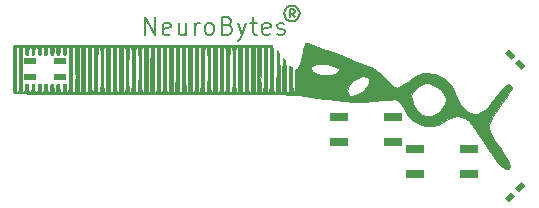
<source format=gbr>
G04 #@! TF.FileFunction,Soldermask,Top*
%FSLAX46Y46*%
G04 Gerber Fmt 4.6, Leading zero omitted, Abs format (unit mm)*
G04 Created by KiCad (PCBNEW 4.0.7-e2-6376~58~ubuntu14.04.1) date Wed May 23 17:18:52 2018*
%MOMM*%
%LPD*%
G01*
G04 APERTURE LIST*
%ADD10C,0.100000*%
%ADD11C,0.140000*%
%ADD12C,0.210000*%
%ADD13C,0.010000*%
%ADD14R,1.500000X0.650000*%
%ADD15R,1.000000X0.600000*%
G04 APERTURE END LIST*
D10*
D11*
X189138095Y-91609524D02*
X188900000Y-91323810D01*
X188709524Y-91609524D02*
X188709524Y-90942857D01*
X188995238Y-90942857D01*
X189090476Y-90990476D01*
X189138095Y-91085714D01*
X189138095Y-91180952D01*
X189090476Y-91276190D01*
X188995238Y-91323810D01*
X188709524Y-91323810D01*
X188900000Y-90609524D02*
X188661905Y-90657143D01*
X188423809Y-90800000D01*
X188280952Y-91038095D01*
X188233333Y-91276190D01*
X188280952Y-91514286D01*
X188423809Y-91752381D01*
X188661905Y-91895238D01*
X188900000Y-91942857D01*
X189138095Y-91895238D01*
X189376190Y-91752381D01*
X189519047Y-91514286D01*
X189566667Y-91276190D01*
X189519047Y-91038095D01*
X189376190Y-90800000D01*
X189138095Y-90657143D01*
X188900000Y-90609524D01*
D12*
X176457143Y-93078571D02*
X176457143Y-91578571D01*
X177314286Y-93078571D01*
X177314286Y-91578571D01*
X178600000Y-93007143D02*
X178457143Y-93078571D01*
X178171429Y-93078571D01*
X178028572Y-93007143D01*
X177957143Y-92864286D01*
X177957143Y-92292857D01*
X178028572Y-92150000D01*
X178171429Y-92078571D01*
X178457143Y-92078571D01*
X178600000Y-92150000D01*
X178671429Y-92292857D01*
X178671429Y-92435714D01*
X177957143Y-92578571D01*
X179957143Y-92078571D02*
X179957143Y-93078571D01*
X179314286Y-92078571D02*
X179314286Y-92864286D01*
X179385714Y-93007143D01*
X179528572Y-93078571D01*
X179742857Y-93078571D01*
X179885714Y-93007143D01*
X179957143Y-92935714D01*
X180671429Y-93078571D02*
X180671429Y-92078571D01*
X180671429Y-92364286D02*
X180742857Y-92221429D01*
X180814286Y-92150000D01*
X180957143Y-92078571D01*
X181100000Y-92078571D01*
X181814286Y-93078571D02*
X181671428Y-93007143D01*
X181600000Y-92935714D01*
X181528571Y-92792857D01*
X181528571Y-92364286D01*
X181600000Y-92221429D01*
X181671428Y-92150000D01*
X181814286Y-92078571D01*
X182028571Y-92078571D01*
X182171428Y-92150000D01*
X182242857Y-92221429D01*
X182314286Y-92364286D01*
X182314286Y-92792857D01*
X182242857Y-92935714D01*
X182171428Y-93007143D01*
X182028571Y-93078571D01*
X181814286Y-93078571D01*
X183457143Y-92292857D02*
X183671429Y-92364286D01*
X183742857Y-92435714D01*
X183814286Y-92578571D01*
X183814286Y-92792857D01*
X183742857Y-92935714D01*
X183671429Y-93007143D01*
X183528571Y-93078571D01*
X182957143Y-93078571D01*
X182957143Y-91578571D01*
X183457143Y-91578571D01*
X183600000Y-91650000D01*
X183671429Y-91721429D01*
X183742857Y-91864286D01*
X183742857Y-92007143D01*
X183671429Y-92150000D01*
X183600000Y-92221429D01*
X183457143Y-92292857D01*
X182957143Y-92292857D01*
X184314286Y-92078571D02*
X184671429Y-93078571D01*
X185028571Y-92078571D02*
X184671429Y-93078571D01*
X184528571Y-93435714D01*
X184457143Y-93507143D01*
X184314286Y-93578571D01*
X185385714Y-92078571D02*
X185957143Y-92078571D01*
X185600000Y-91578571D02*
X185600000Y-92864286D01*
X185671428Y-93007143D01*
X185814286Y-93078571D01*
X185957143Y-93078571D01*
X187028571Y-93007143D02*
X186885714Y-93078571D01*
X186600000Y-93078571D01*
X186457143Y-93007143D01*
X186385714Y-92864286D01*
X186385714Y-92292857D01*
X186457143Y-92150000D01*
X186600000Y-92078571D01*
X186885714Y-92078571D01*
X187028571Y-92150000D01*
X187100000Y-92292857D01*
X187100000Y-92435714D01*
X186385714Y-92578571D01*
X187671428Y-93007143D02*
X187814285Y-93078571D01*
X188100000Y-93078571D01*
X188242857Y-93007143D01*
X188314285Y-92864286D01*
X188314285Y-92792857D01*
X188242857Y-92650000D01*
X188100000Y-92578571D01*
X187885714Y-92578571D01*
X187742857Y-92507143D01*
X187671428Y-92364286D01*
X187671428Y-92292857D01*
X187742857Y-92150000D01*
X187885714Y-92078571D01*
X188100000Y-92078571D01*
X188242857Y-92150000D01*
D13*
G36*
X190252355Y-93783769D02*
X190464040Y-93851718D01*
X190689496Y-93933929D01*
X191566119Y-94268448D01*
X192351029Y-94569219D01*
X193047826Y-94837672D01*
X193660112Y-95075239D01*
X194191490Y-95283352D01*
X194645559Y-95463441D01*
X195025923Y-95616938D01*
X195336181Y-95745274D01*
X195579936Y-95849881D01*
X195760790Y-95932189D01*
X195882343Y-95993631D01*
X195905524Y-96006864D01*
X196145881Y-96174622D01*
X196441999Y-96426330D01*
X196794161Y-96762232D01*
X196896124Y-96864591D01*
X197155943Y-97121409D01*
X197374853Y-97324668D01*
X197545011Y-97467509D01*
X197658575Y-97543073D01*
X197682103Y-97552029D01*
X197820306Y-97560949D01*
X197983276Y-97520464D01*
X198181685Y-97425135D01*
X198426204Y-97269525D01*
X198727503Y-97048195D01*
X198835600Y-96964214D01*
X199130142Y-96740073D01*
X199373674Y-96576634D01*
X199589560Y-96465380D01*
X199801163Y-96397796D01*
X200031845Y-96365363D01*
X200304969Y-96359566D01*
X200480481Y-96364596D01*
X200728965Y-96377428D01*
X200911656Y-96398576D01*
X201064359Y-96436304D01*
X201222881Y-96498880D01*
X201375600Y-96571233D01*
X201748005Y-96778912D01*
X202049739Y-97009727D01*
X202297803Y-97282773D01*
X202509195Y-97617145D01*
X202700917Y-98031938D01*
X202721340Y-98082800D01*
X202844653Y-98387479D01*
X202946205Y-98618519D01*
X203038539Y-98797913D01*
X203134201Y-98947654D01*
X203245733Y-99089736D01*
X203383557Y-99243860D01*
X203695204Y-99529771D01*
X204006933Y-99714118D01*
X204319115Y-99796935D01*
X204632122Y-99778258D01*
X204946323Y-99658123D01*
X205262092Y-99436564D01*
X205277217Y-99423446D01*
X205393895Y-99307113D01*
X205554871Y-99126691D01*
X205744837Y-98900368D01*
X205948483Y-98646332D01*
X206128316Y-98412349D01*
X206409344Y-98045586D01*
X206642039Y-97758058D01*
X206832655Y-97543310D01*
X206987447Y-97394888D01*
X207112669Y-97306337D01*
X207214578Y-97271203D01*
X207235272Y-97270000D01*
X207363383Y-97308925D01*
X207471335Y-97402765D01*
X207520987Y-97517116D01*
X207521284Y-97528000D01*
X207500474Y-97631886D01*
X207437552Y-97774932D01*
X207327748Y-97964767D01*
X207166296Y-98209023D01*
X206948428Y-98515331D01*
X206670098Y-98890362D01*
X206336725Y-99343334D01*
X206069523Y-99732260D01*
X205864998Y-100067051D01*
X205719657Y-100357619D01*
X205630008Y-100613875D01*
X205592557Y-100845729D01*
X205603811Y-101063092D01*
X205660279Y-101275876D01*
X205754899Y-101487186D01*
X205840235Y-101636523D01*
X205971330Y-101848364D01*
X206135100Y-102102387D01*
X206318466Y-102378268D01*
X206490638Y-102630186D01*
X206677155Y-102903196D01*
X206852932Y-103167813D01*
X207005797Y-103405155D01*
X207123579Y-103596344D01*
X207191687Y-103717621D01*
X207296110Y-103974730D01*
X207332789Y-104187908D01*
X207300887Y-104345910D01*
X207243525Y-104413297D01*
X207125234Y-104472585D01*
X207002681Y-104465730D01*
X206851896Y-104387996D01*
X206752012Y-104316192D01*
X206647145Y-104229732D01*
X206536963Y-104124283D01*
X206416692Y-103993222D01*
X206281558Y-103829929D01*
X206126786Y-103627782D01*
X205947601Y-103380162D01*
X205739231Y-103080445D01*
X205496900Y-102722013D01*
X205215835Y-102298242D01*
X204891260Y-101802513D01*
X204518402Y-101228205D01*
X204457627Y-101134273D01*
X204165476Y-100731179D01*
X203864017Y-100407557D01*
X203559784Y-100168470D01*
X203259307Y-100018977D01*
X202969119Y-99964138D01*
X202947061Y-99963988D01*
X202856496Y-99967727D01*
X202767730Y-99981628D01*
X202666617Y-100011755D01*
X202539013Y-100064170D01*
X202370776Y-100144935D01*
X202147761Y-100260113D01*
X201855825Y-100415766D01*
X201710288Y-100494113D01*
X201468615Y-100622002D01*
X201288442Y-100708420D01*
X201143140Y-100762449D01*
X201006081Y-100793176D01*
X200850638Y-100809683D01*
X200770488Y-100814730D01*
X200314281Y-100798185D01*
X199863921Y-100693209D01*
X199401704Y-100495606D01*
X199382998Y-100485862D01*
X199052790Y-100275009D01*
X198780965Y-100012514D01*
X198548627Y-99678328D01*
X198450572Y-99496529D01*
X198276150Y-99169003D01*
X198122699Y-98926160D01*
X197980969Y-98755677D01*
X197841712Y-98645237D01*
X197791167Y-98618165D01*
X197719958Y-98587182D01*
X197648246Y-98567153D01*
X197559206Y-98558458D01*
X197436009Y-98561477D01*
X197261827Y-98576590D01*
X197019833Y-98604177D01*
X196709378Y-98642589D01*
X195808974Y-98736899D01*
X194968881Y-98783631D01*
X194159382Y-98782294D01*
X193350758Y-98732399D01*
X192513292Y-98633455D01*
X192079200Y-98566223D01*
X191580963Y-98486139D01*
X191066582Y-98408684D01*
X190512400Y-98330476D01*
X189894764Y-98248134D01*
X189488400Y-98195912D01*
X189409201Y-98186924D01*
X189315718Y-98178587D01*
X189203963Y-98170867D01*
X189069947Y-98163734D01*
X188909682Y-98157155D01*
X188719179Y-98151099D01*
X188494449Y-98145534D01*
X188231505Y-98140428D01*
X187926357Y-98135750D01*
X187575018Y-98131467D01*
X187173498Y-98127548D01*
X186717809Y-98123961D01*
X186203962Y-98120675D01*
X185627970Y-98117658D01*
X184985843Y-98114877D01*
X184273594Y-98112302D01*
X183487232Y-98109900D01*
X182622771Y-98107640D01*
X181676221Y-98105489D01*
X180643595Y-98103417D01*
X179520902Y-98101391D01*
X178304156Y-98099380D01*
X177136318Y-98097573D01*
X175844256Y-98095584D01*
X174649961Y-98093645D01*
X173549598Y-98091722D01*
X172539334Y-98089783D01*
X171615335Y-98087795D01*
X170773767Y-98085726D01*
X170010797Y-98083544D01*
X169322590Y-98081214D01*
X168705313Y-98078706D01*
X168155132Y-98075986D01*
X167668214Y-98073022D01*
X167240724Y-98069781D01*
X166868829Y-98066230D01*
X166548696Y-98062337D01*
X166276490Y-98058069D01*
X166048377Y-98053394D01*
X165860524Y-98048279D01*
X165709098Y-98042692D01*
X165590264Y-98036599D01*
X165500188Y-98029969D01*
X165435037Y-98022768D01*
X165390978Y-98014964D01*
X165364175Y-98006524D01*
X165350797Y-97997416D01*
X165350718Y-97997321D01*
X165332458Y-97956782D01*
X165317565Y-97877651D01*
X165305741Y-97751187D01*
X165296689Y-97568649D01*
X165290109Y-97321296D01*
X165285704Y-97000388D01*
X165284383Y-96789667D01*
X165519476Y-96789667D01*
X165519923Y-97138531D01*
X165521696Y-97432603D01*
X165524728Y-97660011D01*
X165528947Y-97808886D01*
X165533950Y-97866656D01*
X165599508Y-97924718D01*
X165698110Y-97910503D01*
X165754640Y-97869439D01*
X165769036Y-97805757D01*
X165781678Y-97654673D01*
X165792505Y-97430372D01*
X165801454Y-97147038D01*
X165808464Y-96818855D01*
X165813474Y-96460008D01*
X165816422Y-96084681D01*
X165817247Y-95707058D01*
X165816924Y-95620050D01*
X166016890Y-95620050D01*
X166017331Y-95996311D01*
X166019952Y-96373610D01*
X166024684Y-96737759D01*
X166031462Y-97074566D01*
X166040217Y-97369843D01*
X166050882Y-97609400D01*
X166063391Y-97779048D01*
X166077675Y-97864596D01*
X166081242Y-97870922D01*
X166176937Y-97932641D01*
X166246973Y-97899207D01*
X166292338Y-97769300D01*
X166313221Y-97561574D01*
X166323563Y-97379914D01*
X166340641Y-97277337D01*
X166373629Y-97231353D01*
X166431704Y-97219476D01*
X166452921Y-97219200D01*
X166519835Y-97225244D01*
X166557175Y-97258633D01*
X166573540Y-97342249D01*
X166577529Y-97498977D01*
X166577600Y-97550994D01*
X166583349Y-97741453D01*
X166603950Y-97852689D01*
X166644431Y-97906601D01*
X166661146Y-97914848D01*
X166757611Y-97907547D01*
X166830495Y-97812293D01*
X166873477Y-97641254D01*
X166882400Y-97488890D01*
X166887135Y-97330867D01*
X166907474Y-97249829D01*
X166952612Y-97221363D01*
X166984000Y-97219200D01*
X167041206Y-97230549D01*
X167071859Y-97280222D01*
X167083932Y-97391654D01*
X167085600Y-97517779D01*
X167104944Y-97743393D01*
X167161925Y-97879968D01*
X167254965Y-97924772D01*
X167313553Y-97912277D01*
X167358245Y-97866153D01*
X167382511Y-97758375D01*
X167390361Y-97570083D01*
X167390400Y-97550994D01*
X167392671Y-97372921D01*
X167405217Y-97273552D01*
X167436638Y-97230002D01*
X167495532Y-97219388D01*
X167515078Y-97219200D01*
X167581477Y-97225701D01*
X167620341Y-97260188D01*
X167640826Y-97345130D01*
X167652086Y-97503001D01*
X167654778Y-97562100D01*
X167666099Y-97745443D01*
X167684834Y-97849098D01*
X167718436Y-97894975D01*
X167771400Y-97905000D01*
X167826210Y-97893900D01*
X167859021Y-97845994D01*
X167877285Y-97739370D01*
X167888021Y-97562100D01*
X167898350Y-97380269D01*
X167915389Y-97277538D01*
X167948294Y-97231433D01*
X168006220Y-97219485D01*
X168027721Y-97219200D01*
X168097384Y-97226141D01*
X168134684Y-97263010D01*
X168149673Y-97353877D01*
X168152400Y-97517779D01*
X168171744Y-97743393D01*
X168228725Y-97879968D01*
X168321765Y-97924772D01*
X168380353Y-97912277D01*
X168425045Y-97866153D01*
X168449311Y-97758375D01*
X168457161Y-97570083D01*
X168457200Y-97550994D01*
X168459471Y-97372921D01*
X168472017Y-97273552D01*
X168503438Y-97230002D01*
X168562332Y-97219388D01*
X168581878Y-97219200D01*
X168648277Y-97225701D01*
X168687141Y-97260188D01*
X168707626Y-97345130D01*
X168718886Y-97503001D01*
X168721578Y-97562100D01*
X168732899Y-97745443D01*
X168751634Y-97849098D01*
X168785236Y-97894975D01*
X168838200Y-97905000D01*
X168893010Y-97893900D01*
X168925821Y-97845994D01*
X168944085Y-97739370D01*
X168954821Y-97562100D01*
X168965150Y-97380269D01*
X168982189Y-97277538D01*
X169015094Y-97231433D01*
X169073020Y-97219485D01*
X169094521Y-97219200D01*
X169164790Y-97226389D01*
X169202166Y-97264167D01*
X169217093Y-97356854D01*
X169219977Y-97511300D01*
X169231323Y-97732199D01*
X169267424Y-97865157D01*
X169333525Y-97921938D01*
X169403087Y-97922173D01*
X169455703Y-97896744D01*
X169487577Y-97830359D01*
X169505613Y-97700502D01*
X169513621Y-97561574D01*
X169524042Y-97379840D01*
X169541243Y-97277216D01*
X169574236Y-97231238D01*
X169632036Y-97219441D01*
X169651000Y-97219200D01*
X169716208Y-97226037D01*
X169754437Y-97261516D01*
X169774679Y-97348085D01*
X169785928Y-97508192D01*
X169788378Y-97562100D01*
X169799699Y-97745443D01*
X169818434Y-97849098D01*
X169852036Y-97894975D01*
X169905000Y-97905000D01*
X169931216Y-97902327D01*
X169952575Y-97887907D01*
X169969662Y-97852134D01*
X169983058Y-97785404D01*
X169993348Y-97678114D01*
X170001114Y-97520657D01*
X170006940Y-97303431D01*
X170011409Y-97016829D01*
X170013710Y-96789145D01*
X170294676Y-96789145D01*
X170295122Y-97138095D01*
X170296895Y-97432258D01*
X170299924Y-97659765D01*
X170304142Y-97808750D01*
X170309150Y-97866656D01*
X170373946Y-97926693D01*
X170467018Y-97922224D01*
X170545854Y-97861617D01*
X170565903Y-97816100D01*
X170572028Y-97739753D01*
X170576883Y-97574313D01*
X170580378Y-97332283D01*
X170582421Y-97026161D01*
X170582923Y-96668449D01*
X170581794Y-96271648D01*
X170579982Y-95988000D01*
X170844800Y-95988000D01*
X170845733Y-96414884D01*
X170848392Y-96809553D01*
X170852561Y-97160525D01*
X170858026Y-97456320D01*
X170864574Y-97685457D01*
X170871990Y-97836455D01*
X170880061Y-97897832D01*
X170880422Y-97898289D01*
X170956133Y-97921762D01*
X170994722Y-97918760D01*
X171015285Y-97905333D01*
X171031979Y-97867490D01*
X171045195Y-97795810D01*
X171055326Y-97680874D01*
X171062763Y-97513265D01*
X171067895Y-97283562D01*
X171071116Y-96982347D01*
X171071975Y-96789145D01*
X171361476Y-96789145D01*
X171361922Y-97138095D01*
X171363695Y-97432258D01*
X171366724Y-97659765D01*
X171370942Y-97808750D01*
X171375950Y-97866656D01*
X171441010Y-97924454D01*
X171537006Y-97911900D01*
X171601228Y-97860912D01*
X171617763Y-97805241D01*
X171630621Y-97678989D01*
X171639931Y-97476738D01*
X171645819Y-97193069D01*
X171648412Y-96822562D01*
X171647837Y-96359799D01*
X171645662Y-95988000D01*
X171911600Y-95988000D01*
X171912533Y-96414884D01*
X171915192Y-96809553D01*
X171919361Y-97160525D01*
X171924826Y-97456320D01*
X171931374Y-97685457D01*
X171938790Y-97836455D01*
X171946861Y-97897832D01*
X171947222Y-97898289D01*
X172022933Y-97921762D01*
X172061522Y-97918760D01*
X172082085Y-97905333D01*
X172098779Y-97867490D01*
X172111995Y-97795810D01*
X172122126Y-97680874D01*
X172129563Y-97513265D01*
X172134695Y-97283562D01*
X172137916Y-96982347D01*
X172138773Y-96789667D01*
X172428276Y-96789667D01*
X172428723Y-97138531D01*
X172430496Y-97432603D01*
X172433528Y-97660011D01*
X172437747Y-97808886D01*
X172442750Y-97866656D01*
X172508308Y-97924718D01*
X172606910Y-97910503D01*
X172663440Y-97869439D01*
X172677836Y-97805757D01*
X172690478Y-97654673D01*
X172701305Y-97430372D01*
X172710254Y-97147038D01*
X172717264Y-96818855D01*
X172722274Y-96460008D01*
X172725222Y-96084681D01*
X172725944Y-95754034D01*
X172926669Y-95754034D01*
X172928277Y-96130358D01*
X172931714Y-96502784D01*
X172936893Y-96856708D01*
X172943727Y-97177527D01*
X172952128Y-97450637D01*
X172962010Y-97661434D01*
X172973285Y-97795314D01*
X172981827Y-97835204D01*
X173057981Y-97908898D01*
X173121527Y-97920069D01*
X173143744Y-97909042D01*
X173161767Y-97878980D01*
X173176031Y-97820283D01*
X173186968Y-97723349D01*
X173195010Y-97578577D01*
X173200592Y-97376367D01*
X173204145Y-97107116D01*
X173205941Y-96789667D01*
X173495076Y-96789667D01*
X173495523Y-97138531D01*
X173497296Y-97432603D01*
X173500328Y-97660011D01*
X173504547Y-97808886D01*
X173509550Y-97866656D01*
X173575108Y-97924718D01*
X173673710Y-97910503D01*
X173730240Y-97869439D01*
X173744636Y-97805757D01*
X173757278Y-97654673D01*
X173768105Y-97430372D01*
X173777054Y-97147038D01*
X173784064Y-96818855D01*
X173789074Y-96460008D01*
X173792022Y-96084681D01*
X173792145Y-96027940D01*
X173995177Y-96027940D01*
X173995414Y-96521365D01*
X173997257Y-96922464D01*
X174001693Y-97240507D01*
X174009710Y-97484765D01*
X174022296Y-97664509D01*
X174040438Y-97789010D01*
X174065123Y-97867539D01*
X174097339Y-97909368D01*
X174138073Y-97923767D01*
X174188313Y-97920007D01*
X174196542Y-97918486D01*
X174216770Y-97904426D01*
X174233195Y-97864574D01*
X174246199Y-97789567D01*
X174256166Y-97670042D01*
X174263476Y-97496636D01*
X174268512Y-97259986D01*
X174271656Y-96950728D01*
X174272328Y-96789667D01*
X174561876Y-96789667D01*
X174562323Y-97138531D01*
X174564096Y-97432603D01*
X174567128Y-97660011D01*
X174571347Y-97808886D01*
X174576350Y-97866656D01*
X174641908Y-97924718D01*
X174740510Y-97910503D01*
X174797040Y-97869439D01*
X174811436Y-97805757D01*
X174824078Y-97654673D01*
X174834905Y-97430372D01*
X174843854Y-97147038D01*
X174850864Y-96818855D01*
X174855874Y-96460008D01*
X174858822Y-96084681D01*
X174858945Y-96027940D01*
X175061977Y-96027940D01*
X175062214Y-96521365D01*
X175064057Y-96922464D01*
X175068493Y-97240507D01*
X175076510Y-97484765D01*
X175089096Y-97664509D01*
X175107238Y-97789010D01*
X175131923Y-97867539D01*
X175164139Y-97909368D01*
X175204873Y-97923767D01*
X175255113Y-97920007D01*
X175263342Y-97918486D01*
X175283570Y-97904426D01*
X175299995Y-97864574D01*
X175312999Y-97789567D01*
X175322966Y-97670042D01*
X175330276Y-97496636D01*
X175335312Y-97259986D01*
X175338456Y-96950728D01*
X175339128Y-96789667D01*
X175628676Y-96789667D01*
X175629123Y-97138531D01*
X175630896Y-97432603D01*
X175633928Y-97660011D01*
X175638147Y-97808886D01*
X175643150Y-97866656D01*
X175706247Y-97925309D01*
X175795671Y-97911257D01*
X175872212Y-97832139D01*
X175885112Y-97758310D01*
X175896236Y-97597937D01*
X175905553Y-97365462D01*
X175913034Y-97075325D01*
X175918648Y-96741967D01*
X175922365Y-96379829D01*
X175924039Y-96027940D01*
X176128777Y-96027940D01*
X176129014Y-96521365D01*
X176130857Y-96922464D01*
X176135293Y-97240507D01*
X176143310Y-97484765D01*
X176155896Y-97664509D01*
X176174038Y-97789010D01*
X176198723Y-97867539D01*
X176230939Y-97909368D01*
X176271673Y-97923767D01*
X176321913Y-97920007D01*
X176330142Y-97918486D01*
X176350370Y-97904426D01*
X176366795Y-97864574D01*
X176379799Y-97789567D01*
X176389766Y-97670042D01*
X176397076Y-97496636D01*
X176402112Y-97259986D01*
X176405256Y-96950728D01*
X176405928Y-96789705D01*
X176695626Y-96789705D01*
X176696245Y-97139158D01*
X176698246Y-97433930D01*
X176701549Y-97662121D01*
X176706075Y-97811833D01*
X176711391Y-97870410D01*
X176775522Y-97919605D01*
X176826346Y-97920770D01*
X176849410Y-97910512D01*
X176868271Y-97883086D01*
X176883442Y-97828888D01*
X176895438Y-97738312D01*
X176904772Y-97601752D01*
X176911960Y-97409604D01*
X176917515Y-97152263D01*
X176921151Y-96880017D01*
X177202718Y-96880017D01*
X177204915Y-97206135D01*
X177211117Y-97458025D01*
X177222196Y-97644808D01*
X177239024Y-97775604D01*
X177262472Y-97859533D01*
X177293413Y-97905718D01*
X177332719Y-97923278D01*
X177381262Y-97921334D01*
X177393328Y-97919183D01*
X177414419Y-97906634D01*
X177431536Y-97871601D01*
X177445087Y-97804591D01*
X177455475Y-97696111D01*
X177463106Y-97536669D01*
X177468385Y-97316774D01*
X177471718Y-97026931D01*
X177472868Y-96789705D01*
X177762426Y-96789705D01*
X177763045Y-97139158D01*
X177765046Y-97433930D01*
X177768349Y-97662121D01*
X177772875Y-97811833D01*
X177778191Y-97870410D01*
X177842322Y-97919605D01*
X177893146Y-97920770D01*
X177916210Y-97910512D01*
X177935071Y-97883086D01*
X177950242Y-97828888D01*
X177962238Y-97738312D01*
X177971572Y-97601752D01*
X177978760Y-97409604D01*
X177984315Y-97152263D01*
X177988751Y-96820122D01*
X177989535Y-96734800D01*
X178269537Y-96734800D01*
X178270420Y-97084834D01*
X178272860Y-97381184D01*
X178276761Y-97611319D01*
X178282029Y-97762709D01*
X178287324Y-97819397D01*
X178338347Y-97909267D01*
X178428495Y-97920997D01*
X178541000Y-97905000D01*
X178541000Y-94145800D01*
X178287000Y-94145800D01*
X178272828Y-95923800D01*
X178270308Y-96343612D01*
X178269537Y-96734800D01*
X177989535Y-96734800D01*
X177992583Y-96403578D01*
X177995521Y-96008401D01*
X178008792Y-94120400D01*
X178820400Y-94120400D01*
X178820400Y-95991533D01*
X178821335Y-96418005D01*
X178823998Y-96812253D01*
X178828174Y-97162786D01*
X178833649Y-97458111D01*
X178840207Y-97686736D01*
X178847635Y-97837167D01*
X178855716Y-97897914D01*
X178856022Y-97898289D01*
X178931735Y-97921769D01*
X178970322Y-97918772D01*
X178990906Y-97905057D01*
X179007825Y-97866357D01*
X179021532Y-97793307D01*
X179032479Y-97676544D01*
X179041118Y-97506706D01*
X179047899Y-97274429D01*
X179053276Y-96970350D01*
X179055356Y-96789145D01*
X179337076Y-96789145D01*
X179337522Y-97138095D01*
X179339295Y-97432258D01*
X179342324Y-97659765D01*
X179346542Y-97808750D01*
X179351550Y-97866656D01*
X179416346Y-97926693D01*
X179509418Y-97922224D01*
X179588254Y-97861617D01*
X179608303Y-97816100D01*
X179614428Y-97739753D01*
X179619283Y-97574313D01*
X179622778Y-97332283D01*
X179624821Y-97026161D01*
X179625323Y-96668449D01*
X179624194Y-96271648D01*
X179622382Y-95988000D01*
X179887200Y-95988000D01*
X179888133Y-96414884D01*
X179890792Y-96809553D01*
X179894961Y-97160525D01*
X179900426Y-97456320D01*
X179906974Y-97685457D01*
X179914390Y-97836455D01*
X179922461Y-97897832D01*
X179922822Y-97898289D01*
X179998533Y-97921762D01*
X180037122Y-97918760D01*
X180057685Y-97905333D01*
X180074379Y-97867490D01*
X180087595Y-97795810D01*
X180097726Y-97680874D01*
X180105163Y-97513265D01*
X180110295Y-97283562D01*
X180113516Y-96982347D01*
X180114375Y-96789145D01*
X180403876Y-96789145D01*
X180404322Y-97138095D01*
X180406095Y-97432258D01*
X180409124Y-97659765D01*
X180413342Y-97808750D01*
X180418350Y-97866656D01*
X180483410Y-97924454D01*
X180579406Y-97911900D01*
X180643628Y-97860912D01*
X180660163Y-97805241D01*
X180673021Y-97678989D01*
X180682331Y-97476738D01*
X180688219Y-97193069D01*
X180690812Y-96822562D01*
X180690237Y-96359799D01*
X180688062Y-95988000D01*
X180954000Y-95988000D01*
X180954933Y-96414884D01*
X180957592Y-96809553D01*
X180961761Y-97160525D01*
X180967226Y-97456320D01*
X180973774Y-97685457D01*
X180981190Y-97836455D01*
X180989261Y-97897832D01*
X180989622Y-97898289D01*
X181065333Y-97921762D01*
X181103922Y-97918760D01*
X181124485Y-97905333D01*
X181141179Y-97867490D01*
X181154395Y-97795810D01*
X181164526Y-97680874D01*
X181171963Y-97513265D01*
X181177095Y-97283562D01*
X181180316Y-96982347D01*
X181181173Y-96789667D01*
X181470676Y-96789667D01*
X181471123Y-97138531D01*
X181472896Y-97432603D01*
X181475928Y-97660011D01*
X181480147Y-97808886D01*
X181485150Y-97866656D01*
X181550708Y-97924718D01*
X181649310Y-97910503D01*
X181705840Y-97869439D01*
X181720236Y-97805757D01*
X181732878Y-97654673D01*
X181743705Y-97430372D01*
X181752654Y-97147038D01*
X181759664Y-96818855D01*
X181764674Y-96460008D01*
X181767622Y-96084681D01*
X181768344Y-95754034D01*
X181969069Y-95754034D01*
X181970677Y-96130358D01*
X181974114Y-96502784D01*
X181979293Y-96856708D01*
X181986127Y-97177527D01*
X181994528Y-97450637D01*
X182004410Y-97661434D01*
X182015685Y-97795314D01*
X182024227Y-97835204D01*
X182100381Y-97908898D01*
X182163927Y-97920069D01*
X182186144Y-97909042D01*
X182204167Y-97878980D01*
X182218431Y-97820283D01*
X182229368Y-97723349D01*
X182237410Y-97578577D01*
X182242992Y-97376367D01*
X182246545Y-97107116D01*
X182248341Y-96789667D01*
X182537476Y-96789667D01*
X182537923Y-97138531D01*
X182539696Y-97432603D01*
X182542728Y-97660011D01*
X182546947Y-97808886D01*
X182551950Y-97866656D01*
X182617508Y-97924718D01*
X182716110Y-97910503D01*
X182772640Y-97869439D01*
X182787036Y-97805757D01*
X182799678Y-97654673D01*
X182810505Y-97430372D01*
X182819454Y-97147038D01*
X182826464Y-96818855D01*
X182831474Y-96460008D01*
X182834422Y-96084681D01*
X182834545Y-96027940D01*
X183037577Y-96027940D01*
X183037814Y-96521365D01*
X183039657Y-96922464D01*
X183044093Y-97240507D01*
X183052110Y-97484765D01*
X183064696Y-97664509D01*
X183082838Y-97789010D01*
X183107523Y-97867539D01*
X183139739Y-97909368D01*
X183180473Y-97923767D01*
X183230713Y-97920007D01*
X183238942Y-97918486D01*
X183259170Y-97904426D01*
X183275595Y-97864574D01*
X183288599Y-97789567D01*
X183298566Y-97670042D01*
X183305876Y-97496636D01*
X183310912Y-97259986D01*
X183314056Y-96950728D01*
X183314728Y-96789667D01*
X183604276Y-96789667D01*
X183604723Y-97138531D01*
X183606496Y-97432603D01*
X183609528Y-97660011D01*
X183613747Y-97808886D01*
X183618750Y-97866656D01*
X183684308Y-97924718D01*
X183782910Y-97910503D01*
X183839440Y-97869439D01*
X183853836Y-97805757D01*
X183866478Y-97654673D01*
X183877305Y-97430372D01*
X183886254Y-97147038D01*
X183893264Y-96818855D01*
X183898274Y-96460008D01*
X183901222Y-96084681D01*
X183901345Y-96027940D01*
X184104377Y-96027940D01*
X184104614Y-96521365D01*
X184106457Y-96922464D01*
X184110893Y-97240507D01*
X184118910Y-97484765D01*
X184131496Y-97664509D01*
X184149638Y-97789010D01*
X184174323Y-97867539D01*
X184206539Y-97909368D01*
X184247273Y-97923767D01*
X184297513Y-97920007D01*
X184305742Y-97918486D01*
X184325970Y-97904426D01*
X184342395Y-97864574D01*
X184355399Y-97789567D01*
X184365366Y-97670042D01*
X184372676Y-97496636D01*
X184377712Y-97259986D01*
X184380856Y-96950728D01*
X184381528Y-96789667D01*
X184671076Y-96789667D01*
X184671523Y-97138531D01*
X184673296Y-97432603D01*
X184676328Y-97660011D01*
X184680547Y-97808886D01*
X184685550Y-97866656D01*
X184748647Y-97925309D01*
X184838071Y-97911257D01*
X184914612Y-97832139D01*
X184927512Y-97758310D01*
X184938636Y-97597937D01*
X184947953Y-97365462D01*
X184955434Y-97075325D01*
X184961048Y-96741967D01*
X184964765Y-96379829D01*
X184966439Y-96027940D01*
X185171177Y-96027940D01*
X185171414Y-96521365D01*
X185173257Y-96922464D01*
X185177693Y-97240507D01*
X185185710Y-97484765D01*
X185198296Y-97664509D01*
X185216438Y-97789010D01*
X185241123Y-97867539D01*
X185273339Y-97909368D01*
X185314073Y-97923767D01*
X185364313Y-97920007D01*
X185372542Y-97918486D01*
X185392770Y-97904426D01*
X185409195Y-97864574D01*
X185422199Y-97789567D01*
X185432166Y-97670042D01*
X185439476Y-97496636D01*
X185444512Y-97259986D01*
X185447656Y-96950728D01*
X185448328Y-96789705D01*
X185738026Y-96789705D01*
X185738645Y-97139158D01*
X185740646Y-97433930D01*
X185743949Y-97662121D01*
X185748475Y-97811833D01*
X185753791Y-97870410D01*
X185817922Y-97919605D01*
X185868746Y-97920770D01*
X185891810Y-97910512D01*
X185910671Y-97883086D01*
X185925842Y-97828888D01*
X185937838Y-97738312D01*
X185947172Y-97601752D01*
X185954360Y-97409604D01*
X185959915Y-97152263D01*
X185963551Y-96880017D01*
X186245118Y-96880017D01*
X186247315Y-97206135D01*
X186253517Y-97458025D01*
X186264596Y-97644808D01*
X186281424Y-97775604D01*
X186304872Y-97859533D01*
X186335813Y-97905718D01*
X186375119Y-97923278D01*
X186423662Y-97921334D01*
X186435728Y-97919183D01*
X186456819Y-97906634D01*
X186473936Y-97871601D01*
X186487487Y-97804591D01*
X186497875Y-97696111D01*
X186505506Y-97536669D01*
X186510785Y-97316774D01*
X186514118Y-97026931D01*
X186515268Y-96789705D01*
X186804826Y-96789705D01*
X186805445Y-97139158D01*
X186807446Y-97433930D01*
X186810749Y-97662121D01*
X186815275Y-97811833D01*
X186820591Y-97870410D01*
X186884722Y-97919605D01*
X186935546Y-97920770D01*
X186958610Y-97910512D01*
X186977471Y-97883086D01*
X186992642Y-97828888D01*
X187004638Y-97738312D01*
X187013972Y-97601752D01*
X187021160Y-97409604D01*
X187026715Y-97152263D01*
X187031151Y-96820122D01*
X187034983Y-96403578D01*
X187037921Y-96008401D01*
X187051243Y-94113170D01*
X186936321Y-94129485D01*
X186821400Y-94145800D01*
X186808044Y-95974356D01*
X186805666Y-96397471D01*
X186804826Y-96789705D01*
X186515268Y-96789705D01*
X186515909Y-96657650D01*
X186516564Y-96199438D01*
X186516600Y-96024704D01*
X186516600Y-94145800D01*
X186262600Y-94145800D01*
X186249251Y-95968612D01*
X186246054Y-96470550D01*
X186245118Y-96880017D01*
X185963551Y-96880017D01*
X185964351Y-96820122D01*
X185968183Y-96403578D01*
X185971121Y-96008401D01*
X185984443Y-94113170D01*
X185869521Y-94129485D01*
X185754600Y-94145800D01*
X185741244Y-95974356D01*
X185738866Y-96397471D01*
X185738026Y-96789705D01*
X185448328Y-96789705D01*
X185449290Y-96559498D01*
X185449796Y-96076935D01*
X185449800Y-96025400D01*
X185449597Y-95538911D01*
X185448664Y-95144304D01*
X185446510Y-94831863D01*
X185442647Y-94591871D01*
X185436584Y-94414609D01*
X185427834Y-94290362D01*
X185415905Y-94209411D01*
X185400309Y-94162040D01*
X185380557Y-94138532D01*
X185356159Y-94129169D01*
X185354287Y-94128797D01*
X185254067Y-94144825D01*
X185215365Y-94178901D01*
X185205211Y-94244188D01*
X185195856Y-94398989D01*
X185187589Y-94631220D01*
X185180699Y-94928798D01*
X185175475Y-95279637D01*
X185172205Y-95671654D01*
X185171177Y-96027940D01*
X184966439Y-96027940D01*
X184966556Y-96003351D01*
X184966389Y-95626975D01*
X184964235Y-95265140D01*
X184960064Y-94932289D01*
X184953845Y-94642860D01*
X184945549Y-94411296D01*
X184935145Y-94252036D01*
X184922604Y-94179522D01*
X184922234Y-94178901D01*
X184841848Y-94129786D01*
X184783312Y-94128784D01*
X184758233Y-94137833D01*
X184737847Y-94160913D01*
X184721574Y-94207872D01*
X184708832Y-94288557D01*
X184699041Y-94412816D01*
X184691620Y-94590494D01*
X184685989Y-94831439D01*
X184681567Y-95145499D01*
X184677773Y-95542521D01*
X184674444Y-95975039D01*
X184672027Y-96397879D01*
X184671076Y-96789667D01*
X184381528Y-96789667D01*
X184382490Y-96559498D01*
X184382996Y-96076935D01*
X184383000Y-96025400D01*
X184382797Y-95538911D01*
X184381864Y-95144304D01*
X184379710Y-94831863D01*
X184375847Y-94591871D01*
X184369784Y-94414609D01*
X184361034Y-94290362D01*
X184349105Y-94209411D01*
X184333509Y-94162040D01*
X184313757Y-94138532D01*
X184289359Y-94129169D01*
X184287487Y-94128797D01*
X184187267Y-94144825D01*
X184148565Y-94178901D01*
X184138411Y-94244188D01*
X184129056Y-94398989D01*
X184120789Y-94631220D01*
X184113899Y-94928798D01*
X184108675Y-95279637D01*
X184105405Y-95671654D01*
X184104377Y-96027940D01*
X183901345Y-96027940D01*
X183902047Y-95707058D01*
X183900688Y-95341323D01*
X183897082Y-95001661D01*
X183891168Y-94702256D01*
X183882886Y-94457293D01*
X183872172Y-94280955D01*
X183858967Y-94187427D01*
X183855434Y-94178901D01*
X183775048Y-94129786D01*
X183716512Y-94128784D01*
X183691433Y-94137833D01*
X183671047Y-94160913D01*
X183654774Y-94207872D01*
X183642032Y-94288557D01*
X183632241Y-94412816D01*
X183624820Y-94590494D01*
X183619189Y-94831439D01*
X183614767Y-95145499D01*
X183610973Y-95542521D01*
X183607644Y-95975039D01*
X183605227Y-96397879D01*
X183604276Y-96789667D01*
X183314728Y-96789667D01*
X183315690Y-96559498D01*
X183316196Y-96076935D01*
X183316200Y-96025400D01*
X183315997Y-95538911D01*
X183315064Y-95144304D01*
X183312910Y-94831863D01*
X183309047Y-94591871D01*
X183302984Y-94414609D01*
X183294234Y-94290362D01*
X183282305Y-94209411D01*
X183266709Y-94162040D01*
X183246957Y-94138532D01*
X183222559Y-94129169D01*
X183220687Y-94128797D01*
X183120467Y-94144825D01*
X183081765Y-94178901D01*
X183071611Y-94244188D01*
X183062256Y-94398989D01*
X183053989Y-94631220D01*
X183047099Y-94928798D01*
X183041875Y-95279637D01*
X183038605Y-95671654D01*
X183037577Y-96027940D01*
X182834545Y-96027940D01*
X182835247Y-95707058D01*
X182833888Y-95341323D01*
X182830282Y-95001661D01*
X182824368Y-94702256D01*
X182816086Y-94457293D01*
X182805372Y-94280955D01*
X182792167Y-94187427D01*
X182788634Y-94178901D01*
X182708248Y-94129786D01*
X182649712Y-94128784D01*
X182624633Y-94137833D01*
X182604247Y-94160913D01*
X182587974Y-94207872D01*
X182575232Y-94288557D01*
X182565441Y-94412816D01*
X182558020Y-94590494D01*
X182552389Y-94831439D01*
X182547967Y-95145499D01*
X182544173Y-95542521D01*
X182540844Y-95975039D01*
X182538427Y-96397879D01*
X182537476Y-96789667D01*
X182248341Y-96789667D01*
X182248503Y-96761224D01*
X182249300Y-96329090D01*
X182249400Y-96024704D01*
X182249302Y-95538766D01*
X182248642Y-95144704D01*
X182246865Y-94832794D01*
X182243420Y-94593311D01*
X182237753Y-94416530D01*
X182229313Y-94292728D01*
X182217545Y-94212181D01*
X182201897Y-94165164D01*
X182181817Y-94141952D01*
X182156751Y-94132822D01*
X182141721Y-94130434D01*
X182045729Y-94150937D01*
X182002715Y-94232034D01*
X181991518Y-94325070D01*
X181982672Y-94501830D01*
X181976092Y-94747710D01*
X181971689Y-95048106D01*
X181969378Y-95388415D01*
X181969069Y-95754034D01*
X181768344Y-95754034D01*
X181768447Y-95707058D01*
X181767088Y-95341323D01*
X181763482Y-95001661D01*
X181757568Y-94702256D01*
X181749286Y-94457293D01*
X181738572Y-94280955D01*
X181725367Y-94187427D01*
X181721834Y-94178901D01*
X181641448Y-94129786D01*
X181582912Y-94128784D01*
X181557833Y-94137833D01*
X181537447Y-94160913D01*
X181521174Y-94207872D01*
X181508432Y-94288557D01*
X181498641Y-94412816D01*
X181491220Y-94590494D01*
X181485589Y-94831439D01*
X181481167Y-95145499D01*
X181477373Y-95542521D01*
X181474044Y-95975039D01*
X181471627Y-96397879D01*
X181470676Y-96789667D01*
X181181173Y-96789667D01*
X181182016Y-96600200D01*
X181182587Y-96127704D01*
X181182600Y-96024704D01*
X181182600Y-94145800D01*
X181068300Y-94129566D01*
X180954000Y-94113333D01*
X180954000Y-95988000D01*
X180688062Y-95988000D01*
X180687948Y-95968612D01*
X180674600Y-94145800D01*
X180420600Y-94145800D01*
X180407244Y-95974356D01*
X180404827Y-96397276D01*
X180403876Y-96789145D01*
X180114375Y-96789145D01*
X180115216Y-96600200D01*
X180115787Y-96127704D01*
X180115800Y-96024704D01*
X180115800Y-94145800D01*
X180001500Y-94129566D01*
X179887200Y-94113333D01*
X179887200Y-95988000D01*
X179622382Y-95988000D01*
X179621971Y-95923800D01*
X179607800Y-94145800D01*
X179353800Y-94145800D01*
X179340444Y-95974356D01*
X179338027Y-96397276D01*
X179337076Y-96789145D01*
X179055356Y-96789145D01*
X179057699Y-96585105D01*
X179061621Y-96109333D01*
X179062318Y-96012016D01*
X179075636Y-94120400D01*
X178820400Y-94120400D01*
X178008792Y-94120400D01*
X178008843Y-94113170D01*
X177893921Y-94129485D01*
X177779000Y-94145800D01*
X177765644Y-95974356D01*
X177763266Y-96397471D01*
X177762426Y-96789705D01*
X177472868Y-96789705D01*
X177473509Y-96657650D01*
X177474164Y-96199438D01*
X177474200Y-96024704D01*
X177474200Y-94145800D01*
X177220200Y-94145800D01*
X177206851Y-95968612D01*
X177203654Y-96470550D01*
X177202718Y-96880017D01*
X176921151Y-96880017D01*
X176921951Y-96820122D01*
X176925783Y-96403578D01*
X176928721Y-96008401D01*
X176942043Y-94113170D01*
X176827121Y-94129485D01*
X176712200Y-94145800D01*
X176698844Y-95974356D01*
X176696466Y-96397471D01*
X176695626Y-96789705D01*
X176405928Y-96789705D01*
X176406890Y-96559498D01*
X176407396Y-96076935D01*
X176407400Y-96025400D01*
X176407197Y-95538911D01*
X176406264Y-95144304D01*
X176404110Y-94831863D01*
X176400247Y-94591871D01*
X176394184Y-94414609D01*
X176385434Y-94290362D01*
X176373505Y-94209411D01*
X176357909Y-94162040D01*
X176338157Y-94138532D01*
X176313759Y-94129169D01*
X176311887Y-94128797D01*
X176211667Y-94144825D01*
X176172965Y-94178901D01*
X176162811Y-94244188D01*
X176153456Y-94398989D01*
X176145189Y-94631220D01*
X176138299Y-94928798D01*
X176133075Y-95279637D01*
X176129805Y-95671654D01*
X176128777Y-96027940D01*
X175924039Y-96027940D01*
X175924156Y-96003351D01*
X175923989Y-95626975D01*
X175921835Y-95265140D01*
X175917664Y-94932289D01*
X175911445Y-94642860D01*
X175903149Y-94411296D01*
X175892745Y-94252036D01*
X175880204Y-94179522D01*
X175879834Y-94178901D01*
X175799448Y-94129786D01*
X175740912Y-94128784D01*
X175715833Y-94137833D01*
X175695447Y-94160913D01*
X175679174Y-94207872D01*
X175666432Y-94288557D01*
X175656641Y-94412816D01*
X175649220Y-94590494D01*
X175643589Y-94831439D01*
X175639167Y-95145499D01*
X175635373Y-95542521D01*
X175632044Y-95975039D01*
X175629627Y-96397879D01*
X175628676Y-96789667D01*
X175339128Y-96789667D01*
X175340090Y-96559498D01*
X175340596Y-96076935D01*
X175340600Y-96025400D01*
X175340397Y-95538911D01*
X175339464Y-95144304D01*
X175337310Y-94831863D01*
X175333447Y-94591871D01*
X175327384Y-94414609D01*
X175318634Y-94290362D01*
X175306705Y-94209411D01*
X175291109Y-94162040D01*
X175271357Y-94138532D01*
X175246959Y-94129169D01*
X175245087Y-94128797D01*
X175144867Y-94144825D01*
X175106165Y-94178901D01*
X175096011Y-94244188D01*
X175086656Y-94398989D01*
X175078389Y-94631220D01*
X175071499Y-94928798D01*
X175066275Y-95279637D01*
X175063005Y-95671654D01*
X175061977Y-96027940D01*
X174858945Y-96027940D01*
X174859647Y-95707058D01*
X174858288Y-95341323D01*
X174854682Y-95001661D01*
X174848768Y-94702256D01*
X174840486Y-94457293D01*
X174829772Y-94280955D01*
X174816567Y-94187427D01*
X174813034Y-94178901D01*
X174732648Y-94129786D01*
X174674112Y-94128784D01*
X174649033Y-94137833D01*
X174628647Y-94160913D01*
X174612374Y-94207872D01*
X174599632Y-94288557D01*
X174589841Y-94412816D01*
X174582420Y-94590494D01*
X174576789Y-94831439D01*
X174572367Y-95145499D01*
X174568573Y-95542521D01*
X174565244Y-95975039D01*
X174562827Y-96397879D01*
X174561876Y-96789667D01*
X174272328Y-96789667D01*
X174273290Y-96559498D01*
X174273796Y-96076935D01*
X174273800Y-96025400D01*
X174273597Y-95538911D01*
X174272664Y-95144304D01*
X174270510Y-94831863D01*
X174266647Y-94591871D01*
X174260584Y-94414609D01*
X174251834Y-94290362D01*
X174239905Y-94209411D01*
X174224309Y-94162040D01*
X174204557Y-94138532D01*
X174180159Y-94129169D01*
X174178287Y-94128797D01*
X174078067Y-94144825D01*
X174039365Y-94178901D01*
X174029211Y-94244188D01*
X174019856Y-94398989D01*
X174011589Y-94631220D01*
X174004699Y-94928798D01*
X173999475Y-95279637D01*
X173996205Y-95671654D01*
X173995177Y-96027940D01*
X173792145Y-96027940D01*
X173792847Y-95707058D01*
X173791488Y-95341323D01*
X173787882Y-95001661D01*
X173781968Y-94702256D01*
X173773686Y-94457293D01*
X173762972Y-94280955D01*
X173749767Y-94187427D01*
X173746234Y-94178901D01*
X173665848Y-94129786D01*
X173607312Y-94128784D01*
X173582233Y-94137833D01*
X173561847Y-94160913D01*
X173545574Y-94207872D01*
X173532832Y-94288557D01*
X173523041Y-94412816D01*
X173515620Y-94590494D01*
X173509989Y-94831439D01*
X173505567Y-95145499D01*
X173501773Y-95542521D01*
X173498444Y-95975039D01*
X173496027Y-96397879D01*
X173495076Y-96789667D01*
X173205941Y-96789667D01*
X173206103Y-96761224D01*
X173206900Y-96329090D01*
X173207000Y-96024704D01*
X173206902Y-95538766D01*
X173206242Y-95144704D01*
X173204465Y-94832794D01*
X173201020Y-94593311D01*
X173195353Y-94416530D01*
X173186913Y-94292728D01*
X173175145Y-94212181D01*
X173159497Y-94165164D01*
X173139417Y-94141952D01*
X173114351Y-94132822D01*
X173099321Y-94130434D01*
X173003329Y-94150937D01*
X172960315Y-94232034D01*
X172949118Y-94325070D01*
X172940272Y-94501830D01*
X172933692Y-94747710D01*
X172929289Y-95048106D01*
X172926978Y-95388415D01*
X172926669Y-95754034D01*
X172725944Y-95754034D01*
X172726047Y-95707058D01*
X172724688Y-95341323D01*
X172721082Y-95001661D01*
X172715168Y-94702256D01*
X172706886Y-94457293D01*
X172696172Y-94280955D01*
X172682967Y-94187427D01*
X172679434Y-94178901D01*
X172599048Y-94129786D01*
X172540512Y-94128784D01*
X172515433Y-94137833D01*
X172495047Y-94160913D01*
X172478774Y-94207872D01*
X172466032Y-94288557D01*
X172456241Y-94412816D01*
X172448820Y-94590494D01*
X172443189Y-94831439D01*
X172438767Y-95145499D01*
X172434973Y-95542521D01*
X172431644Y-95975039D01*
X172429227Y-96397879D01*
X172428276Y-96789667D01*
X172138773Y-96789667D01*
X172139616Y-96600200D01*
X172140187Y-96127704D01*
X172140200Y-96024704D01*
X172140200Y-94145800D01*
X172025900Y-94129566D01*
X171911600Y-94113333D01*
X171911600Y-95988000D01*
X171645662Y-95988000D01*
X171645548Y-95968612D01*
X171632200Y-94145800D01*
X171378200Y-94145800D01*
X171364844Y-95974356D01*
X171362427Y-96397276D01*
X171361476Y-96789145D01*
X171071975Y-96789145D01*
X171072816Y-96600200D01*
X171073387Y-96127704D01*
X171073400Y-96024704D01*
X171073400Y-94145800D01*
X170959100Y-94129566D01*
X170844800Y-94113333D01*
X170844800Y-95988000D01*
X170579982Y-95988000D01*
X170579571Y-95923800D01*
X170565400Y-94145800D01*
X170311400Y-94145800D01*
X170298044Y-95974356D01*
X170295627Y-96397276D01*
X170294676Y-96789145D01*
X170013710Y-96789145D01*
X170015104Y-96651249D01*
X170018609Y-96197085D01*
X170019918Y-96012700D01*
X170033236Y-94120400D01*
X169905618Y-94120400D01*
X169837020Y-94126114D01*
X169798812Y-94158564D01*
X169782121Y-94240706D01*
X169778075Y-94395498D01*
X169778000Y-94450600D01*
X169775700Y-94628146D01*
X169763031Y-94727043D01*
X169731340Y-94770226D01*
X169671975Y-94780631D01*
X169653424Y-94780800D01*
X169585019Y-94773573D01*
X169545895Y-94736356D01*
X169525796Y-94645837D01*
X169514465Y-94478709D01*
X169513724Y-94463300D01*
X169502712Y-94289916D01*
X169483699Y-94194767D01*
X169446240Y-94154517D01*
X169379887Y-94145831D01*
X169371600Y-94145800D01*
X169301918Y-94152681D01*
X169262134Y-94188881D01*
X169241802Y-94277737D01*
X169230475Y-94442584D01*
X169229475Y-94463300D01*
X169218377Y-94636761D01*
X169199240Y-94731956D01*
X169161807Y-94772193D01*
X169095823Y-94780781D01*
X169089775Y-94780800D01*
X169023065Y-94774788D01*
X168985757Y-94741542D01*
X168969334Y-94658242D01*
X168965279Y-94502071D01*
X168965200Y-94447066D01*
X168962940Y-94268748D01*
X168950983Y-94170430D01*
X168921557Y-94130530D01*
X168866895Y-94127467D01*
X168850900Y-94129566D01*
X168787458Y-94148905D01*
X168750770Y-94200435D01*
X168731396Y-94308498D01*
X168721475Y-94463300D01*
X168710287Y-94636851D01*
X168691016Y-94732098D01*
X168653597Y-94772319D01*
X168587966Y-94780792D01*
X168584200Y-94780800D01*
X168517067Y-94773206D01*
X168478598Y-94734908D01*
X168458728Y-94642628D01*
X168447393Y-94473090D01*
X168446924Y-94463300D01*
X168435912Y-94289916D01*
X168416899Y-94194767D01*
X168379440Y-94154517D01*
X168313087Y-94145831D01*
X168304800Y-94145800D01*
X168235118Y-94152681D01*
X168195334Y-94188881D01*
X168175002Y-94277737D01*
X168163675Y-94442584D01*
X168162675Y-94463300D01*
X168151577Y-94636761D01*
X168132440Y-94731956D01*
X168095007Y-94772193D01*
X168029023Y-94780781D01*
X168022975Y-94780800D01*
X167956265Y-94774788D01*
X167918957Y-94741542D01*
X167902534Y-94658242D01*
X167898479Y-94502071D01*
X167898400Y-94447066D01*
X167896140Y-94268748D01*
X167884183Y-94170430D01*
X167854757Y-94130530D01*
X167800095Y-94127467D01*
X167784100Y-94129566D01*
X167720658Y-94148905D01*
X167683970Y-94200435D01*
X167664596Y-94308498D01*
X167654675Y-94463300D01*
X167643487Y-94636851D01*
X167624216Y-94732098D01*
X167586797Y-94772319D01*
X167521166Y-94780792D01*
X167517400Y-94780800D01*
X167450224Y-94773190D01*
X167411750Y-94734833D01*
X167391888Y-94642434D01*
X167380550Y-94472696D01*
X167380124Y-94463810D01*
X167366518Y-94284544D01*
X167342179Y-94183640D01*
X167299453Y-94137907D01*
X167269487Y-94128611D01*
X167175741Y-94139278D01*
X167117704Y-94221642D01*
X167090268Y-94386454D01*
X167086377Y-94514100D01*
X167081042Y-94671096D01*
X167059954Y-94751193D01*
X167013707Y-94778895D01*
X166984000Y-94780800D01*
X166924154Y-94767997D01*
X166893481Y-94713254D01*
X166882575Y-94592068D01*
X166881622Y-94514100D01*
X166868644Y-94300088D01*
X166827833Y-94174353D01*
X166754083Y-94126145D01*
X166698512Y-94128611D01*
X166643983Y-94155777D01*
X166611591Y-94226750D01*
X166593683Y-94364722D01*
X166587875Y-94463810D01*
X166576671Y-94637190D01*
X166557353Y-94732284D01*
X166519834Y-94772387D01*
X166454024Y-94780793D01*
X166450600Y-94780800D01*
X166383424Y-94773190D01*
X166344950Y-94734833D01*
X166325088Y-94642434D01*
X166313750Y-94472696D01*
X166313324Y-94463810D01*
X166299718Y-94284544D01*
X166275379Y-94183640D01*
X166232653Y-94137907D01*
X166202687Y-94128611D01*
X166102435Y-94144813D01*
X166063765Y-94178901D01*
X166049721Y-94250952D01*
X166038259Y-94409179D01*
X166029312Y-94639392D01*
X166022813Y-94927401D01*
X166018695Y-95259017D01*
X166016890Y-95620050D01*
X165816924Y-95620050D01*
X165815888Y-95341323D01*
X165812282Y-95001661D01*
X165806368Y-94702256D01*
X165798086Y-94457293D01*
X165787372Y-94280955D01*
X165774167Y-94187427D01*
X165770634Y-94178901D01*
X165690248Y-94129786D01*
X165631712Y-94128784D01*
X165606633Y-94137833D01*
X165586247Y-94160913D01*
X165569974Y-94207872D01*
X165557232Y-94288557D01*
X165547441Y-94412816D01*
X165540020Y-94590494D01*
X165534389Y-94831439D01*
X165529967Y-95145499D01*
X165526173Y-95542521D01*
X165522844Y-95975039D01*
X165520427Y-96397879D01*
X165519476Y-96789667D01*
X165284383Y-96789667D01*
X165283176Y-96597185D01*
X165282226Y-96102945D01*
X165282200Y-95988063D01*
X165282396Y-95494413D01*
X165283309Y-95092484D01*
X165285426Y-94772400D01*
X165289236Y-94524283D01*
X165295224Y-94338254D01*
X165303879Y-94204437D01*
X165315687Y-94112954D01*
X165331137Y-94053927D01*
X165350714Y-94017477D01*
X165374908Y-93993729D01*
X165380809Y-93989293D01*
X165403141Y-93980943D01*
X165448943Y-93973246D01*
X165522059Y-93966176D01*
X165626335Y-93959707D01*
X165765614Y-93953815D01*
X165943741Y-93948473D01*
X166164561Y-93943657D01*
X166431916Y-93939342D01*
X166749653Y-93935500D01*
X167121615Y-93932109D01*
X167551647Y-93929141D01*
X168043593Y-93926572D01*
X168601298Y-93924376D01*
X169228605Y-93922529D01*
X169929360Y-93921004D01*
X170707407Y-93919776D01*
X171566589Y-93918820D01*
X172510753Y-93918110D01*
X173543740Y-93917622D01*
X174669398Y-93917329D01*
X175891569Y-93917207D01*
X176307636Y-93917200D01*
X177543277Y-93917223D01*
X178681360Y-93917315D01*
X179725926Y-93917512D01*
X180681015Y-93917847D01*
X181550670Y-93918354D01*
X182338931Y-93919068D01*
X183049841Y-93920024D01*
X183687439Y-93921256D01*
X184255769Y-93922798D01*
X184758870Y-93924685D01*
X185200784Y-93926950D01*
X185585553Y-93929629D01*
X185917218Y-93932756D01*
X186199820Y-93936366D01*
X186437401Y-93940492D01*
X186634001Y-93945169D01*
X186793663Y-93950432D01*
X186920427Y-93956314D01*
X187018335Y-93962851D01*
X187091428Y-93970077D01*
X187143747Y-93978025D01*
X187179335Y-93986731D01*
X187202231Y-93996230D01*
X187216478Y-94006554D01*
X187219926Y-94010100D01*
X187242072Y-94043240D01*
X187260013Y-94095444D01*
X187274188Y-94176756D01*
X187285036Y-94297216D01*
X187292995Y-94466868D01*
X187298504Y-94695753D01*
X187302001Y-94993914D01*
X187303924Y-95371393D01*
X187304713Y-95838233D01*
X187304777Y-95953200D01*
X187306113Y-96378911D01*
X187309569Y-96773817D01*
X187314875Y-97126087D01*
X187321757Y-97423888D01*
X187329943Y-97655388D01*
X187339161Y-97808755D01*
X187348965Y-97871898D01*
X187429354Y-97921020D01*
X187487887Y-97922028D01*
X187513504Y-97912596D01*
X187534343Y-97888456D01*
X187551093Y-97839544D01*
X187564440Y-97755800D01*
X187575074Y-97627162D01*
X187583683Y-97443569D01*
X187590954Y-97194960D01*
X187597575Y-96871272D01*
X187604234Y-96462444D01*
X187608800Y-96153882D01*
X187634200Y-94404105D01*
X187735800Y-94554352D01*
X187764302Y-94602083D01*
X187787265Y-94659603D01*
X187805518Y-94738369D01*
X187819894Y-94849840D01*
X187831223Y-95005475D01*
X187840338Y-95216732D01*
X187848069Y-95495069D01*
X187855247Y-95851944D01*
X187862705Y-96298817D01*
X187862800Y-96304800D01*
X187870063Y-96749735D01*
X187876722Y-97103518D01*
X187883605Y-97376587D01*
X187891541Y-97579379D01*
X187901359Y-97722334D01*
X187913886Y-97815888D01*
X187929952Y-97870480D01*
X187950383Y-97896547D01*
X187976010Y-97904528D01*
X187989800Y-97905000D01*
X188019458Y-97901733D01*
X188042846Y-97884591D01*
X188060846Y-97842562D01*
X188074339Y-97764636D01*
X188084206Y-97639800D01*
X188091329Y-97457042D01*
X188096589Y-97205351D01*
X188100867Y-96873716D01*
X188104896Y-96466948D01*
X188118392Y-95028897D01*
X188243710Y-95177829D01*
X188282081Y-95225421D01*
X188311826Y-95274416D01*
X188334201Y-95337807D01*
X188350463Y-95428593D01*
X188361867Y-95559768D01*
X188369668Y-95744329D01*
X188375124Y-95995272D01*
X188379490Y-96325593D01*
X188382614Y-96615208D01*
X188387167Y-97010509D01*
X188392117Y-97315970D01*
X188398443Y-97543351D01*
X188407128Y-97704409D01*
X188419154Y-97810904D01*
X188435501Y-97874595D01*
X188457153Y-97907239D01*
X188485090Y-97920597D01*
X188491712Y-97922026D01*
X188591936Y-97905975D01*
X188630634Y-97871898D01*
X188643711Y-97802319D01*
X188655286Y-97647373D01*
X188664720Y-97423290D01*
X188671376Y-97146298D01*
X188674617Y-96832627D01*
X188674822Y-96746928D01*
X188675600Y-95690456D01*
X188800261Y-95781728D01*
X188842617Y-95815092D01*
X188874314Y-95854011D01*
X188897156Y-95912783D01*
X188912946Y-96005708D01*
X188923490Y-96147086D01*
X188930591Y-96351217D01*
X188936053Y-96632399D01*
X188939961Y-96889000D01*
X188945499Y-97234179D01*
X188951456Y-97490846D01*
X188959334Y-97672084D01*
X188970634Y-97790975D01*
X188986860Y-97860603D01*
X189009512Y-97894048D01*
X189040093Y-97904394D01*
X189056600Y-97905000D01*
X189092351Y-97900473D01*
X189118864Y-97877836D01*
X189137807Y-97823497D01*
X189138815Y-97815788D01*
X193569387Y-97815788D01*
X193620502Y-98031501D01*
X193721265Y-98176396D01*
X193845437Y-98257040D01*
X194013734Y-98271389D01*
X194113745Y-98247530D01*
X199028776Y-98247530D01*
X199034978Y-98541217D01*
X199125623Y-98856654D01*
X199179363Y-98973826D01*
X199333324Y-99232266D01*
X199525432Y-99486060D01*
X199732652Y-99708742D01*
X199931952Y-99873846D01*
X199998012Y-99914467D01*
X200227806Y-99988267D01*
X200501802Y-99996253D01*
X200788207Y-99940047D01*
X200976855Y-99864481D01*
X201241385Y-99697710D01*
X201494868Y-99476472D01*
X201716881Y-99224101D01*
X201887001Y-98963928D01*
X201984805Y-98719284D01*
X201986801Y-98710699D01*
X201989189Y-98477529D01*
X201901862Y-98229812D01*
X201733481Y-97978390D01*
X201492707Y-97734105D01*
X201188202Y-97507797D01*
X200892540Y-97341022D01*
X200685035Y-97244364D01*
X200532557Y-97191551D01*
X200403082Y-97174039D01*
X200289843Y-97180226D01*
X199970379Y-97261728D01*
X199656392Y-97422752D01*
X199376249Y-97643833D01*
X199158313Y-97905505D01*
X199108147Y-97991198D01*
X199028776Y-98247530D01*
X194113745Y-98247530D01*
X194235936Y-98218380D01*
X194521826Y-98096952D01*
X194541608Y-98087275D01*
X194856094Y-97892201D01*
X195119620Y-97648783D01*
X195313742Y-97376707D01*
X195401646Y-97169233D01*
X195446748Y-96960933D01*
X195430179Y-96818602D01*
X195344930Y-96722563D01*
X195222291Y-96665743D01*
X194930798Y-96611520D01*
X194637415Y-96653352D01*
X194337857Y-96792638D01*
X194027844Y-97030777D01*
X193985584Y-97069983D01*
X193753070Y-97330250D01*
X193613957Y-97580444D01*
X193569387Y-97815788D01*
X189138815Y-97815788D01*
X189150845Y-97723867D01*
X189159644Y-97565357D01*
X189165871Y-97334378D01*
X189171192Y-97017340D01*
X189171978Y-96964081D01*
X189177254Y-96633420D01*
X189183203Y-96389989D01*
X189191661Y-96219424D01*
X189204462Y-96107362D01*
X189223441Y-96039441D01*
X189250432Y-96001296D01*
X189262588Y-95993795D01*
X190508961Y-95993795D01*
X190581985Y-96146572D01*
X190650767Y-96222820D01*
X190830271Y-96346904D01*
X191075476Y-96433159D01*
X191396855Y-96484133D01*
X191799800Y-96502341D01*
X192070880Y-96498912D01*
X192268501Y-96481969D01*
X192420313Y-96447949D01*
X192519739Y-96409541D01*
X192691450Y-96305001D01*
X192816753Y-96177730D01*
X192877748Y-96049885D01*
X192872811Y-95972468D01*
X192798797Y-95894365D01*
X192644079Y-95807040D01*
X192428089Y-95718446D01*
X192170263Y-95636537D01*
X191890031Y-95569266D01*
X191885359Y-95568329D01*
X191555021Y-95523784D01*
X191252936Y-95522997D01*
X190988894Y-95560779D01*
X190772686Y-95631939D01*
X190614101Y-95731289D01*
X190522929Y-95853638D01*
X190508961Y-95993795D01*
X189262588Y-95993795D01*
X189287272Y-95978565D01*
X189298521Y-95973481D01*
X189403062Y-95897350D01*
X189499034Y-95760001D01*
X189589901Y-95552638D01*
X189679130Y-95266464D01*
X189770186Y-94892683D01*
X189823392Y-94641206D01*
X189882695Y-94359356D01*
X189938706Y-94111858D01*
X189987165Y-93916145D01*
X190023811Y-93789653D01*
X190041003Y-93750676D01*
X190106852Y-93748819D01*
X190252355Y-93783769D01*
X190252355Y-93783769D01*
G37*
X190252355Y-93783769D02*
X190464040Y-93851718D01*
X190689496Y-93933929D01*
X191566119Y-94268448D01*
X192351029Y-94569219D01*
X193047826Y-94837672D01*
X193660112Y-95075239D01*
X194191490Y-95283352D01*
X194645559Y-95463441D01*
X195025923Y-95616938D01*
X195336181Y-95745274D01*
X195579936Y-95849881D01*
X195760790Y-95932189D01*
X195882343Y-95993631D01*
X195905524Y-96006864D01*
X196145881Y-96174622D01*
X196441999Y-96426330D01*
X196794161Y-96762232D01*
X196896124Y-96864591D01*
X197155943Y-97121409D01*
X197374853Y-97324668D01*
X197545011Y-97467509D01*
X197658575Y-97543073D01*
X197682103Y-97552029D01*
X197820306Y-97560949D01*
X197983276Y-97520464D01*
X198181685Y-97425135D01*
X198426204Y-97269525D01*
X198727503Y-97048195D01*
X198835600Y-96964214D01*
X199130142Y-96740073D01*
X199373674Y-96576634D01*
X199589560Y-96465380D01*
X199801163Y-96397796D01*
X200031845Y-96365363D01*
X200304969Y-96359566D01*
X200480481Y-96364596D01*
X200728965Y-96377428D01*
X200911656Y-96398576D01*
X201064359Y-96436304D01*
X201222881Y-96498880D01*
X201375600Y-96571233D01*
X201748005Y-96778912D01*
X202049739Y-97009727D01*
X202297803Y-97282773D01*
X202509195Y-97617145D01*
X202700917Y-98031938D01*
X202721340Y-98082800D01*
X202844653Y-98387479D01*
X202946205Y-98618519D01*
X203038539Y-98797913D01*
X203134201Y-98947654D01*
X203245733Y-99089736D01*
X203383557Y-99243860D01*
X203695204Y-99529771D01*
X204006933Y-99714118D01*
X204319115Y-99796935D01*
X204632122Y-99778258D01*
X204946323Y-99658123D01*
X205262092Y-99436564D01*
X205277217Y-99423446D01*
X205393895Y-99307113D01*
X205554871Y-99126691D01*
X205744837Y-98900368D01*
X205948483Y-98646332D01*
X206128316Y-98412349D01*
X206409344Y-98045586D01*
X206642039Y-97758058D01*
X206832655Y-97543310D01*
X206987447Y-97394888D01*
X207112669Y-97306337D01*
X207214578Y-97271203D01*
X207235272Y-97270000D01*
X207363383Y-97308925D01*
X207471335Y-97402765D01*
X207520987Y-97517116D01*
X207521284Y-97528000D01*
X207500474Y-97631886D01*
X207437552Y-97774932D01*
X207327748Y-97964767D01*
X207166296Y-98209023D01*
X206948428Y-98515331D01*
X206670098Y-98890362D01*
X206336725Y-99343334D01*
X206069523Y-99732260D01*
X205864998Y-100067051D01*
X205719657Y-100357619D01*
X205630008Y-100613875D01*
X205592557Y-100845729D01*
X205603811Y-101063092D01*
X205660279Y-101275876D01*
X205754899Y-101487186D01*
X205840235Y-101636523D01*
X205971330Y-101848364D01*
X206135100Y-102102387D01*
X206318466Y-102378268D01*
X206490638Y-102630186D01*
X206677155Y-102903196D01*
X206852932Y-103167813D01*
X207005797Y-103405155D01*
X207123579Y-103596344D01*
X207191687Y-103717621D01*
X207296110Y-103974730D01*
X207332789Y-104187908D01*
X207300887Y-104345910D01*
X207243525Y-104413297D01*
X207125234Y-104472585D01*
X207002681Y-104465730D01*
X206851896Y-104387996D01*
X206752012Y-104316192D01*
X206647145Y-104229732D01*
X206536963Y-104124283D01*
X206416692Y-103993222D01*
X206281558Y-103829929D01*
X206126786Y-103627782D01*
X205947601Y-103380162D01*
X205739231Y-103080445D01*
X205496900Y-102722013D01*
X205215835Y-102298242D01*
X204891260Y-101802513D01*
X204518402Y-101228205D01*
X204457627Y-101134273D01*
X204165476Y-100731179D01*
X203864017Y-100407557D01*
X203559784Y-100168470D01*
X203259307Y-100018977D01*
X202969119Y-99964138D01*
X202947061Y-99963988D01*
X202856496Y-99967727D01*
X202767730Y-99981628D01*
X202666617Y-100011755D01*
X202539013Y-100064170D01*
X202370776Y-100144935D01*
X202147761Y-100260113D01*
X201855825Y-100415766D01*
X201710288Y-100494113D01*
X201468615Y-100622002D01*
X201288442Y-100708420D01*
X201143140Y-100762449D01*
X201006081Y-100793176D01*
X200850638Y-100809683D01*
X200770488Y-100814730D01*
X200314281Y-100798185D01*
X199863921Y-100693209D01*
X199401704Y-100495606D01*
X199382998Y-100485862D01*
X199052790Y-100275009D01*
X198780965Y-100012514D01*
X198548627Y-99678328D01*
X198450572Y-99496529D01*
X198276150Y-99169003D01*
X198122699Y-98926160D01*
X197980969Y-98755677D01*
X197841712Y-98645237D01*
X197791167Y-98618165D01*
X197719958Y-98587182D01*
X197648246Y-98567153D01*
X197559206Y-98558458D01*
X197436009Y-98561477D01*
X197261827Y-98576590D01*
X197019833Y-98604177D01*
X196709378Y-98642589D01*
X195808974Y-98736899D01*
X194968881Y-98783631D01*
X194159382Y-98782294D01*
X193350758Y-98732399D01*
X192513292Y-98633455D01*
X192079200Y-98566223D01*
X191580963Y-98486139D01*
X191066582Y-98408684D01*
X190512400Y-98330476D01*
X189894764Y-98248134D01*
X189488400Y-98195912D01*
X189409201Y-98186924D01*
X189315718Y-98178587D01*
X189203963Y-98170867D01*
X189069947Y-98163734D01*
X188909682Y-98157155D01*
X188719179Y-98151099D01*
X188494449Y-98145534D01*
X188231505Y-98140428D01*
X187926357Y-98135750D01*
X187575018Y-98131467D01*
X187173498Y-98127548D01*
X186717809Y-98123961D01*
X186203962Y-98120675D01*
X185627970Y-98117658D01*
X184985843Y-98114877D01*
X184273594Y-98112302D01*
X183487232Y-98109900D01*
X182622771Y-98107640D01*
X181676221Y-98105489D01*
X180643595Y-98103417D01*
X179520902Y-98101391D01*
X178304156Y-98099380D01*
X177136318Y-98097573D01*
X175844256Y-98095584D01*
X174649961Y-98093645D01*
X173549598Y-98091722D01*
X172539334Y-98089783D01*
X171615335Y-98087795D01*
X170773767Y-98085726D01*
X170010797Y-98083544D01*
X169322590Y-98081214D01*
X168705313Y-98078706D01*
X168155132Y-98075986D01*
X167668214Y-98073022D01*
X167240724Y-98069781D01*
X166868829Y-98066230D01*
X166548696Y-98062337D01*
X166276490Y-98058069D01*
X166048377Y-98053394D01*
X165860524Y-98048279D01*
X165709098Y-98042692D01*
X165590264Y-98036599D01*
X165500188Y-98029969D01*
X165435037Y-98022768D01*
X165390978Y-98014964D01*
X165364175Y-98006524D01*
X165350797Y-97997416D01*
X165350718Y-97997321D01*
X165332458Y-97956782D01*
X165317565Y-97877651D01*
X165305741Y-97751187D01*
X165296689Y-97568649D01*
X165290109Y-97321296D01*
X165285704Y-97000388D01*
X165284383Y-96789667D01*
X165519476Y-96789667D01*
X165519923Y-97138531D01*
X165521696Y-97432603D01*
X165524728Y-97660011D01*
X165528947Y-97808886D01*
X165533950Y-97866656D01*
X165599508Y-97924718D01*
X165698110Y-97910503D01*
X165754640Y-97869439D01*
X165769036Y-97805757D01*
X165781678Y-97654673D01*
X165792505Y-97430372D01*
X165801454Y-97147038D01*
X165808464Y-96818855D01*
X165813474Y-96460008D01*
X165816422Y-96084681D01*
X165817247Y-95707058D01*
X165816924Y-95620050D01*
X166016890Y-95620050D01*
X166017331Y-95996311D01*
X166019952Y-96373610D01*
X166024684Y-96737759D01*
X166031462Y-97074566D01*
X166040217Y-97369843D01*
X166050882Y-97609400D01*
X166063391Y-97779048D01*
X166077675Y-97864596D01*
X166081242Y-97870922D01*
X166176937Y-97932641D01*
X166246973Y-97899207D01*
X166292338Y-97769300D01*
X166313221Y-97561574D01*
X166323563Y-97379914D01*
X166340641Y-97277337D01*
X166373629Y-97231353D01*
X166431704Y-97219476D01*
X166452921Y-97219200D01*
X166519835Y-97225244D01*
X166557175Y-97258633D01*
X166573540Y-97342249D01*
X166577529Y-97498977D01*
X166577600Y-97550994D01*
X166583349Y-97741453D01*
X166603950Y-97852689D01*
X166644431Y-97906601D01*
X166661146Y-97914848D01*
X166757611Y-97907547D01*
X166830495Y-97812293D01*
X166873477Y-97641254D01*
X166882400Y-97488890D01*
X166887135Y-97330867D01*
X166907474Y-97249829D01*
X166952612Y-97221363D01*
X166984000Y-97219200D01*
X167041206Y-97230549D01*
X167071859Y-97280222D01*
X167083932Y-97391654D01*
X167085600Y-97517779D01*
X167104944Y-97743393D01*
X167161925Y-97879968D01*
X167254965Y-97924772D01*
X167313553Y-97912277D01*
X167358245Y-97866153D01*
X167382511Y-97758375D01*
X167390361Y-97570083D01*
X167390400Y-97550994D01*
X167392671Y-97372921D01*
X167405217Y-97273552D01*
X167436638Y-97230002D01*
X167495532Y-97219388D01*
X167515078Y-97219200D01*
X167581477Y-97225701D01*
X167620341Y-97260188D01*
X167640826Y-97345130D01*
X167652086Y-97503001D01*
X167654778Y-97562100D01*
X167666099Y-97745443D01*
X167684834Y-97849098D01*
X167718436Y-97894975D01*
X167771400Y-97905000D01*
X167826210Y-97893900D01*
X167859021Y-97845994D01*
X167877285Y-97739370D01*
X167888021Y-97562100D01*
X167898350Y-97380269D01*
X167915389Y-97277538D01*
X167948294Y-97231433D01*
X168006220Y-97219485D01*
X168027721Y-97219200D01*
X168097384Y-97226141D01*
X168134684Y-97263010D01*
X168149673Y-97353877D01*
X168152400Y-97517779D01*
X168171744Y-97743393D01*
X168228725Y-97879968D01*
X168321765Y-97924772D01*
X168380353Y-97912277D01*
X168425045Y-97866153D01*
X168449311Y-97758375D01*
X168457161Y-97570083D01*
X168457200Y-97550994D01*
X168459471Y-97372921D01*
X168472017Y-97273552D01*
X168503438Y-97230002D01*
X168562332Y-97219388D01*
X168581878Y-97219200D01*
X168648277Y-97225701D01*
X168687141Y-97260188D01*
X168707626Y-97345130D01*
X168718886Y-97503001D01*
X168721578Y-97562100D01*
X168732899Y-97745443D01*
X168751634Y-97849098D01*
X168785236Y-97894975D01*
X168838200Y-97905000D01*
X168893010Y-97893900D01*
X168925821Y-97845994D01*
X168944085Y-97739370D01*
X168954821Y-97562100D01*
X168965150Y-97380269D01*
X168982189Y-97277538D01*
X169015094Y-97231433D01*
X169073020Y-97219485D01*
X169094521Y-97219200D01*
X169164790Y-97226389D01*
X169202166Y-97264167D01*
X169217093Y-97356854D01*
X169219977Y-97511300D01*
X169231323Y-97732199D01*
X169267424Y-97865157D01*
X169333525Y-97921938D01*
X169403087Y-97922173D01*
X169455703Y-97896744D01*
X169487577Y-97830359D01*
X169505613Y-97700502D01*
X169513621Y-97561574D01*
X169524042Y-97379840D01*
X169541243Y-97277216D01*
X169574236Y-97231238D01*
X169632036Y-97219441D01*
X169651000Y-97219200D01*
X169716208Y-97226037D01*
X169754437Y-97261516D01*
X169774679Y-97348085D01*
X169785928Y-97508192D01*
X169788378Y-97562100D01*
X169799699Y-97745443D01*
X169818434Y-97849098D01*
X169852036Y-97894975D01*
X169905000Y-97905000D01*
X169931216Y-97902327D01*
X169952575Y-97887907D01*
X169969662Y-97852134D01*
X169983058Y-97785404D01*
X169993348Y-97678114D01*
X170001114Y-97520657D01*
X170006940Y-97303431D01*
X170011409Y-97016829D01*
X170013710Y-96789145D01*
X170294676Y-96789145D01*
X170295122Y-97138095D01*
X170296895Y-97432258D01*
X170299924Y-97659765D01*
X170304142Y-97808750D01*
X170309150Y-97866656D01*
X170373946Y-97926693D01*
X170467018Y-97922224D01*
X170545854Y-97861617D01*
X170565903Y-97816100D01*
X170572028Y-97739753D01*
X170576883Y-97574313D01*
X170580378Y-97332283D01*
X170582421Y-97026161D01*
X170582923Y-96668449D01*
X170581794Y-96271648D01*
X170579982Y-95988000D01*
X170844800Y-95988000D01*
X170845733Y-96414884D01*
X170848392Y-96809553D01*
X170852561Y-97160525D01*
X170858026Y-97456320D01*
X170864574Y-97685457D01*
X170871990Y-97836455D01*
X170880061Y-97897832D01*
X170880422Y-97898289D01*
X170956133Y-97921762D01*
X170994722Y-97918760D01*
X171015285Y-97905333D01*
X171031979Y-97867490D01*
X171045195Y-97795810D01*
X171055326Y-97680874D01*
X171062763Y-97513265D01*
X171067895Y-97283562D01*
X171071116Y-96982347D01*
X171071975Y-96789145D01*
X171361476Y-96789145D01*
X171361922Y-97138095D01*
X171363695Y-97432258D01*
X171366724Y-97659765D01*
X171370942Y-97808750D01*
X171375950Y-97866656D01*
X171441010Y-97924454D01*
X171537006Y-97911900D01*
X171601228Y-97860912D01*
X171617763Y-97805241D01*
X171630621Y-97678989D01*
X171639931Y-97476738D01*
X171645819Y-97193069D01*
X171648412Y-96822562D01*
X171647837Y-96359799D01*
X171645662Y-95988000D01*
X171911600Y-95988000D01*
X171912533Y-96414884D01*
X171915192Y-96809553D01*
X171919361Y-97160525D01*
X171924826Y-97456320D01*
X171931374Y-97685457D01*
X171938790Y-97836455D01*
X171946861Y-97897832D01*
X171947222Y-97898289D01*
X172022933Y-97921762D01*
X172061522Y-97918760D01*
X172082085Y-97905333D01*
X172098779Y-97867490D01*
X172111995Y-97795810D01*
X172122126Y-97680874D01*
X172129563Y-97513265D01*
X172134695Y-97283562D01*
X172137916Y-96982347D01*
X172138773Y-96789667D01*
X172428276Y-96789667D01*
X172428723Y-97138531D01*
X172430496Y-97432603D01*
X172433528Y-97660011D01*
X172437747Y-97808886D01*
X172442750Y-97866656D01*
X172508308Y-97924718D01*
X172606910Y-97910503D01*
X172663440Y-97869439D01*
X172677836Y-97805757D01*
X172690478Y-97654673D01*
X172701305Y-97430372D01*
X172710254Y-97147038D01*
X172717264Y-96818855D01*
X172722274Y-96460008D01*
X172725222Y-96084681D01*
X172725944Y-95754034D01*
X172926669Y-95754034D01*
X172928277Y-96130358D01*
X172931714Y-96502784D01*
X172936893Y-96856708D01*
X172943727Y-97177527D01*
X172952128Y-97450637D01*
X172962010Y-97661434D01*
X172973285Y-97795314D01*
X172981827Y-97835204D01*
X173057981Y-97908898D01*
X173121527Y-97920069D01*
X173143744Y-97909042D01*
X173161767Y-97878980D01*
X173176031Y-97820283D01*
X173186968Y-97723349D01*
X173195010Y-97578577D01*
X173200592Y-97376367D01*
X173204145Y-97107116D01*
X173205941Y-96789667D01*
X173495076Y-96789667D01*
X173495523Y-97138531D01*
X173497296Y-97432603D01*
X173500328Y-97660011D01*
X173504547Y-97808886D01*
X173509550Y-97866656D01*
X173575108Y-97924718D01*
X173673710Y-97910503D01*
X173730240Y-97869439D01*
X173744636Y-97805757D01*
X173757278Y-97654673D01*
X173768105Y-97430372D01*
X173777054Y-97147038D01*
X173784064Y-96818855D01*
X173789074Y-96460008D01*
X173792022Y-96084681D01*
X173792145Y-96027940D01*
X173995177Y-96027940D01*
X173995414Y-96521365D01*
X173997257Y-96922464D01*
X174001693Y-97240507D01*
X174009710Y-97484765D01*
X174022296Y-97664509D01*
X174040438Y-97789010D01*
X174065123Y-97867539D01*
X174097339Y-97909368D01*
X174138073Y-97923767D01*
X174188313Y-97920007D01*
X174196542Y-97918486D01*
X174216770Y-97904426D01*
X174233195Y-97864574D01*
X174246199Y-97789567D01*
X174256166Y-97670042D01*
X174263476Y-97496636D01*
X174268512Y-97259986D01*
X174271656Y-96950728D01*
X174272328Y-96789667D01*
X174561876Y-96789667D01*
X174562323Y-97138531D01*
X174564096Y-97432603D01*
X174567128Y-97660011D01*
X174571347Y-97808886D01*
X174576350Y-97866656D01*
X174641908Y-97924718D01*
X174740510Y-97910503D01*
X174797040Y-97869439D01*
X174811436Y-97805757D01*
X174824078Y-97654673D01*
X174834905Y-97430372D01*
X174843854Y-97147038D01*
X174850864Y-96818855D01*
X174855874Y-96460008D01*
X174858822Y-96084681D01*
X174858945Y-96027940D01*
X175061977Y-96027940D01*
X175062214Y-96521365D01*
X175064057Y-96922464D01*
X175068493Y-97240507D01*
X175076510Y-97484765D01*
X175089096Y-97664509D01*
X175107238Y-97789010D01*
X175131923Y-97867539D01*
X175164139Y-97909368D01*
X175204873Y-97923767D01*
X175255113Y-97920007D01*
X175263342Y-97918486D01*
X175283570Y-97904426D01*
X175299995Y-97864574D01*
X175312999Y-97789567D01*
X175322966Y-97670042D01*
X175330276Y-97496636D01*
X175335312Y-97259986D01*
X175338456Y-96950728D01*
X175339128Y-96789667D01*
X175628676Y-96789667D01*
X175629123Y-97138531D01*
X175630896Y-97432603D01*
X175633928Y-97660011D01*
X175638147Y-97808886D01*
X175643150Y-97866656D01*
X175706247Y-97925309D01*
X175795671Y-97911257D01*
X175872212Y-97832139D01*
X175885112Y-97758310D01*
X175896236Y-97597937D01*
X175905553Y-97365462D01*
X175913034Y-97075325D01*
X175918648Y-96741967D01*
X175922365Y-96379829D01*
X175924039Y-96027940D01*
X176128777Y-96027940D01*
X176129014Y-96521365D01*
X176130857Y-96922464D01*
X176135293Y-97240507D01*
X176143310Y-97484765D01*
X176155896Y-97664509D01*
X176174038Y-97789010D01*
X176198723Y-97867539D01*
X176230939Y-97909368D01*
X176271673Y-97923767D01*
X176321913Y-97920007D01*
X176330142Y-97918486D01*
X176350370Y-97904426D01*
X176366795Y-97864574D01*
X176379799Y-97789567D01*
X176389766Y-97670042D01*
X176397076Y-97496636D01*
X176402112Y-97259986D01*
X176405256Y-96950728D01*
X176405928Y-96789705D01*
X176695626Y-96789705D01*
X176696245Y-97139158D01*
X176698246Y-97433930D01*
X176701549Y-97662121D01*
X176706075Y-97811833D01*
X176711391Y-97870410D01*
X176775522Y-97919605D01*
X176826346Y-97920770D01*
X176849410Y-97910512D01*
X176868271Y-97883086D01*
X176883442Y-97828888D01*
X176895438Y-97738312D01*
X176904772Y-97601752D01*
X176911960Y-97409604D01*
X176917515Y-97152263D01*
X176921151Y-96880017D01*
X177202718Y-96880017D01*
X177204915Y-97206135D01*
X177211117Y-97458025D01*
X177222196Y-97644808D01*
X177239024Y-97775604D01*
X177262472Y-97859533D01*
X177293413Y-97905718D01*
X177332719Y-97923278D01*
X177381262Y-97921334D01*
X177393328Y-97919183D01*
X177414419Y-97906634D01*
X177431536Y-97871601D01*
X177445087Y-97804591D01*
X177455475Y-97696111D01*
X177463106Y-97536669D01*
X177468385Y-97316774D01*
X177471718Y-97026931D01*
X177472868Y-96789705D01*
X177762426Y-96789705D01*
X177763045Y-97139158D01*
X177765046Y-97433930D01*
X177768349Y-97662121D01*
X177772875Y-97811833D01*
X177778191Y-97870410D01*
X177842322Y-97919605D01*
X177893146Y-97920770D01*
X177916210Y-97910512D01*
X177935071Y-97883086D01*
X177950242Y-97828888D01*
X177962238Y-97738312D01*
X177971572Y-97601752D01*
X177978760Y-97409604D01*
X177984315Y-97152263D01*
X177988751Y-96820122D01*
X177989535Y-96734800D01*
X178269537Y-96734800D01*
X178270420Y-97084834D01*
X178272860Y-97381184D01*
X178276761Y-97611319D01*
X178282029Y-97762709D01*
X178287324Y-97819397D01*
X178338347Y-97909267D01*
X178428495Y-97920997D01*
X178541000Y-97905000D01*
X178541000Y-94145800D01*
X178287000Y-94145800D01*
X178272828Y-95923800D01*
X178270308Y-96343612D01*
X178269537Y-96734800D01*
X177989535Y-96734800D01*
X177992583Y-96403578D01*
X177995521Y-96008401D01*
X178008792Y-94120400D01*
X178820400Y-94120400D01*
X178820400Y-95991533D01*
X178821335Y-96418005D01*
X178823998Y-96812253D01*
X178828174Y-97162786D01*
X178833649Y-97458111D01*
X178840207Y-97686736D01*
X178847635Y-97837167D01*
X178855716Y-97897914D01*
X178856022Y-97898289D01*
X178931735Y-97921769D01*
X178970322Y-97918772D01*
X178990906Y-97905057D01*
X179007825Y-97866357D01*
X179021532Y-97793307D01*
X179032479Y-97676544D01*
X179041118Y-97506706D01*
X179047899Y-97274429D01*
X179053276Y-96970350D01*
X179055356Y-96789145D01*
X179337076Y-96789145D01*
X179337522Y-97138095D01*
X179339295Y-97432258D01*
X179342324Y-97659765D01*
X179346542Y-97808750D01*
X179351550Y-97866656D01*
X179416346Y-97926693D01*
X179509418Y-97922224D01*
X179588254Y-97861617D01*
X179608303Y-97816100D01*
X179614428Y-97739753D01*
X179619283Y-97574313D01*
X179622778Y-97332283D01*
X179624821Y-97026161D01*
X179625323Y-96668449D01*
X179624194Y-96271648D01*
X179622382Y-95988000D01*
X179887200Y-95988000D01*
X179888133Y-96414884D01*
X179890792Y-96809553D01*
X179894961Y-97160525D01*
X179900426Y-97456320D01*
X179906974Y-97685457D01*
X179914390Y-97836455D01*
X179922461Y-97897832D01*
X179922822Y-97898289D01*
X179998533Y-97921762D01*
X180037122Y-97918760D01*
X180057685Y-97905333D01*
X180074379Y-97867490D01*
X180087595Y-97795810D01*
X180097726Y-97680874D01*
X180105163Y-97513265D01*
X180110295Y-97283562D01*
X180113516Y-96982347D01*
X180114375Y-96789145D01*
X180403876Y-96789145D01*
X180404322Y-97138095D01*
X180406095Y-97432258D01*
X180409124Y-97659765D01*
X180413342Y-97808750D01*
X180418350Y-97866656D01*
X180483410Y-97924454D01*
X180579406Y-97911900D01*
X180643628Y-97860912D01*
X180660163Y-97805241D01*
X180673021Y-97678989D01*
X180682331Y-97476738D01*
X180688219Y-97193069D01*
X180690812Y-96822562D01*
X180690237Y-96359799D01*
X180688062Y-95988000D01*
X180954000Y-95988000D01*
X180954933Y-96414884D01*
X180957592Y-96809553D01*
X180961761Y-97160525D01*
X180967226Y-97456320D01*
X180973774Y-97685457D01*
X180981190Y-97836455D01*
X180989261Y-97897832D01*
X180989622Y-97898289D01*
X181065333Y-97921762D01*
X181103922Y-97918760D01*
X181124485Y-97905333D01*
X181141179Y-97867490D01*
X181154395Y-97795810D01*
X181164526Y-97680874D01*
X181171963Y-97513265D01*
X181177095Y-97283562D01*
X181180316Y-96982347D01*
X181181173Y-96789667D01*
X181470676Y-96789667D01*
X181471123Y-97138531D01*
X181472896Y-97432603D01*
X181475928Y-97660011D01*
X181480147Y-97808886D01*
X181485150Y-97866656D01*
X181550708Y-97924718D01*
X181649310Y-97910503D01*
X181705840Y-97869439D01*
X181720236Y-97805757D01*
X181732878Y-97654673D01*
X181743705Y-97430372D01*
X181752654Y-97147038D01*
X181759664Y-96818855D01*
X181764674Y-96460008D01*
X181767622Y-96084681D01*
X181768344Y-95754034D01*
X181969069Y-95754034D01*
X181970677Y-96130358D01*
X181974114Y-96502784D01*
X181979293Y-96856708D01*
X181986127Y-97177527D01*
X181994528Y-97450637D01*
X182004410Y-97661434D01*
X182015685Y-97795314D01*
X182024227Y-97835204D01*
X182100381Y-97908898D01*
X182163927Y-97920069D01*
X182186144Y-97909042D01*
X182204167Y-97878980D01*
X182218431Y-97820283D01*
X182229368Y-97723349D01*
X182237410Y-97578577D01*
X182242992Y-97376367D01*
X182246545Y-97107116D01*
X182248341Y-96789667D01*
X182537476Y-96789667D01*
X182537923Y-97138531D01*
X182539696Y-97432603D01*
X182542728Y-97660011D01*
X182546947Y-97808886D01*
X182551950Y-97866656D01*
X182617508Y-97924718D01*
X182716110Y-97910503D01*
X182772640Y-97869439D01*
X182787036Y-97805757D01*
X182799678Y-97654673D01*
X182810505Y-97430372D01*
X182819454Y-97147038D01*
X182826464Y-96818855D01*
X182831474Y-96460008D01*
X182834422Y-96084681D01*
X182834545Y-96027940D01*
X183037577Y-96027940D01*
X183037814Y-96521365D01*
X183039657Y-96922464D01*
X183044093Y-97240507D01*
X183052110Y-97484765D01*
X183064696Y-97664509D01*
X183082838Y-97789010D01*
X183107523Y-97867539D01*
X183139739Y-97909368D01*
X183180473Y-97923767D01*
X183230713Y-97920007D01*
X183238942Y-97918486D01*
X183259170Y-97904426D01*
X183275595Y-97864574D01*
X183288599Y-97789567D01*
X183298566Y-97670042D01*
X183305876Y-97496636D01*
X183310912Y-97259986D01*
X183314056Y-96950728D01*
X183314728Y-96789667D01*
X183604276Y-96789667D01*
X183604723Y-97138531D01*
X183606496Y-97432603D01*
X183609528Y-97660011D01*
X183613747Y-97808886D01*
X183618750Y-97866656D01*
X183684308Y-97924718D01*
X183782910Y-97910503D01*
X183839440Y-97869439D01*
X183853836Y-97805757D01*
X183866478Y-97654673D01*
X183877305Y-97430372D01*
X183886254Y-97147038D01*
X183893264Y-96818855D01*
X183898274Y-96460008D01*
X183901222Y-96084681D01*
X183901345Y-96027940D01*
X184104377Y-96027940D01*
X184104614Y-96521365D01*
X184106457Y-96922464D01*
X184110893Y-97240507D01*
X184118910Y-97484765D01*
X184131496Y-97664509D01*
X184149638Y-97789010D01*
X184174323Y-97867539D01*
X184206539Y-97909368D01*
X184247273Y-97923767D01*
X184297513Y-97920007D01*
X184305742Y-97918486D01*
X184325970Y-97904426D01*
X184342395Y-97864574D01*
X184355399Y-97789567D01*
X184365366Y-97670042D01*
X184372676Y-97496636D01*
X184377712Y-97259986D01*
X184380856Y-96950728D01*
X184381528Y-96789667D01*
X184671076Y-96789667D01*
X184671523Y-97138531D01*
X184673296Y-97432603D01*
X184676328Y-97660011D01*
X184680547Y-97808886D01*
X184685550Y-97866656D01*
X184748647Y-97925309D01*
X184838071Y-97911257D01*
X184914612Y-97832139D01*
X184927512Y-97758310D01*
X184938636Y-97597937D01*
X184947953Y-97365462D01*
X184955434Y-97075325D01*
X184961048Y-96741967D01*
X184964765Y-96379829D01*
X184966439Y-96027940D01*
X185171177Y-96027940D01*
X185171414Y-96521365D01*
X185173257Y-96922464D01*
X185177693Y-97240507D01*
X185185710Y-97484765D01*
X185198296Y-97664509D01*
X185216438Y-97789010D01*
X185241123Y-97867539D01*
X185273339Y-97909368D01*
X185314073Y-97923767D01*
X185364313Y-97920007D01*
X185372542Y-97918486D01*
X185392770Y-97904426D01*
X185409195Y-97864574D01*
X185422199Y-97789567D01*
X185432166Y-97670042D01*
X185439476Y-97496636D01*
X185444512Y-97259986D01*
X185447656Y-96950728D01*
X185448328Y-96789705D01*
X185738026Y-96789705D01*
X185738645Y-97139158D01*
X185740646Y-97433930D01*
X185743949Y-97662121D01*
X185748475Y-97811833D01*
X185753791Y-97870410D01*
X185817922Y-97919605D01*
X185868746Y-97920770D01*
X185891810Y-97910512D01*
X185910671Y-97883086D01*
X185925842Y-97828888D01*
X185937838Y-97738312D01*
X185947172Y-97601752D01*
X185954360Y-97409604D01*
X185959915Y-97152263D01*
X185963551Y-96880017D01*
X186245118Y-96880017D01*
X186247315Y-97206135D01*
X186253517Y-97458025D01*
X186264596Y-97644808D01*
X186281424Y-97775604D01*
X186304872Y-97859533D01*
X186335813Y-97905718D01*
X186375119Y-97923278D01*
X186423662Y-97921334D01*
X186435728Y-97919183D01*
X186456819Y-97906634D01*
X186473936Y-97871601D01*
X186487487Y-97804591D01*
X186497875Y-97696111D01*
X186505506Y-97536669D01*
X186510785Y-97316774D01*
X186514118Y-97026931D01*
X186515268Y-96789705D01*
X186804826Y-96789705D01*
X186805445Y-97139158D01*
X186807446Y-97433930D01*
X186810749Y-97662121D01*
X186815275Y-97811833D01*
X186820591Y-97870410D01*
X186884722Y-97919605D01*
X186935546Y-97920770D01*
X186958610Y-97910512D01*
X186977471Y-97883086D01*
X186992642Y-97828888D01*
X187004638Y-97738312D01*
X187013972Y-97601752D01*
X187021160Y-97409604D01*
X187026715Y-97152263D01*
X187031151Y-96820122D01*
X187034983Y-96403578D01*
X187037921Y-96008401D01*
X187051243Y-94113170D01*
X186936321Y-94129485D01*
X186821400Y-94145800D01*
X186808044Y-95974356D01*
X186805666Y-96397471D01*
X186804826Y-96789705D01*
X186515268Y-96789705D01*
X186515909Y-96657650D01*
X186516564Y-96199438D01*
X186516600Y-96024704D01*
X186516600Y-94145800D01*
X186262600Y-94145800D01*
X186249251Y-95968612D01*
X186246054Y-96470550D01*
X186245118Y-96880017D01*
X185963551Y-96880017D01*
X185964351Y-96820122D01*
X185968183Y-96403578D01*
X185971121Y-96008401D01*
X185984443Y-94113170D01*
X185869521Y-94129485D01*
X185754600Y-94145800D01*
X185741244Y-95974356D01*
X185738866Y-96397471D01*
X185738026Y-96789705D01*
X185448328Y-96789705D01*
X185449290Y-96559498D01*
X185449796Y-96076935D01*
X185449800Y-96025400D01*
X185449597Y-95538911D01*
X185448664Y-95144304D01*
X185446510Y-94831863D01*
X185442647Y-94591871D01*
X185436584Y-94414609D01*
X185427834Y-94290362D01*
X185415905Y-94209411D01*
X185400309Y-94162040D01*
X185380557Y-94138532D01*
X185356159Y-94129169D01*
X185354287Y-94128797D01*
X185254067Y-94144825D01*
X185215365Y-94178901D01*
X185205211Y-94244188D01*
X185195856Y-94398989D01*
X185187589Y-94631220D01*
X185180699Y-94928798D01*
X185175475Y-95279637D01*
X185172205Y-95671654D01*
X185171177Y-96027940D01*
X184966439Y-96027940D01*
X184966556Y-96003351D01*
X184966389Y-95626975D01*
X184964235Y-95265140D01*
X184960064Y-94932289D01*
X184953845Y-94642860D01*
X184945549Y-94411296D01*
X184935145Y-94252036D01*
X184922604Y-94179522D01*
X184922234Y-94178901D01*
X184841848Y-94129786D01*
X184783312Y-94128784D01*
X184758233Y-94137833D01*
X184737847Y-94160913D01*
X184721574Y-94207872D01*
X184708832Y-94288557D01*
X184699041Y-94412816D01*
X184691620Y-94590494D01*
X184685989Y-94831439D01*
X184681567Y-95145499D01*
X184677773Y-95542521D01*
X184674444Y-95975039D01*
X184672027Y-96397879D01*
X184671076Y-96789667D01*
X184381528Y-96789667D01*
X184382490Y-96559498D01*
X184382996Y-96076935D01*
X184383000Y-96025400D01*
X184382797Y-95538911D01*
X184381864Y-95144304D01*
X184379710Y-94831863D01*
X184375847Y-94591871D01*
X184369784Y-94414609D01*
X184361034Y-94290362D01*
X184349105Y-94209411D01*
X184333509Y-94162040D01*
X184313757Y-94138532D01*
X184289359Y-94129169D01*
X184287487Y-94128797D01*
X184187267Y-94144825D01*
X184148565Y-94178901D01*
X184138411Y-94244188D01*
X184129056Y-94398989D01*
X184120789Y-94631220D01*
X184113899Y-94928798D01*
X184108675Y-95279637D01*
X184105405Y-95671654D01*
X184104377Y-96027940D01*
X183901345Y-96027940D01*
X183902047Y-95707058D01*
X183900688Y-95341323D01*
X183897082Y-95001661D01*
X183891168Y-94702256D01*
X183882886Y-94457293D01*
X183872172Y-94280955D01*
X183858967Y-94187427D01*
X183855434Y-94178901D01*
X183775048Y-94129786D01*
X183716512Y-94128784D01*
X183691433Y-94137833D01*
X183671047Y-94160913D01*
X183654774Y-94207872D01*
X183642032Y-94288557D01*
X183632241Y-94412816D01*
X183624820Y-94590494D01*
X183619189Y-94831439D01*
X183614767Y-95145499D01*
X183610973Y-95542521D01*
X183607644Y-95975039D01*
X183605227Y-96397879D01*
X183604276Y-96789667D01*
X183314728Y-96789667D01*
X183315690Y-96559498D01*
X183316196Y-96076935D01*
X183316200Y-96025400D01*
X183315997Y-95538911D01*
X183315064Y-95144304D01*
X183312910Y-94831863D01*
X183309047Y-94591871D01*
X183302984Y-94414609D01*
X183294234Y-94290362D01*
X183282305Y-94209411D01*
X183266709Y-94162040D01*
X183246957Y-94138532D01*
X183222559Y-94129169D01*
X183220687Y-94128797D01*
X183120467Y-94144825D01*
X183081765Y-94178901D01*
X183071611Y-94244188D01*
X183062256Y-94398989D01*
X183053989Y-94631220D01*
X183047099Y-94928798D01*
X183041875Y-95279637D01*
X183038605Y-95671654D01*
X183037577Y-96027940D01*
X182834545Y-96027940D01*
X182835247Y-95707058D01*
X182833888Y-95341323D01*
X182830282Y-95001661D01*
X182824368Y-94702256D01*
X182816086Y-94457293D01*
X182805372Y-94280955D01*
X182792167Y-94187427D01*
X182788634Y-94178901D01*
X182708248Y-94129786D01*
X182649712Y-94128784D01*
X182624633Y-94137833D01*
X182604247Y-94160913D01*
X182587974Y-94207872D01*
X182575232Y-94288557D01*
X182565441Y-94412816D01*
X182558020Y-94590494D01*
X182552389Y-94831439D01*
X182547967Y-95145499D01*
X182544173Y-95542521D01*
X182540844Y-95975039D01*
X182538427Y-96397879D01*
X182537476Y-96789667D01*
X182248341Y-96789667D01*
X182248503Y-96761224D01*
X182249300Y-96329090D01*
X182249400Y-96024704D01*
X182249302Y-95538766D01*
X182248642Y-95144704D01*
X182246865Y-94832794D01*
X182243420Y-94593311D01*
X182237753Y-94416530D01*
X182229313Y-94292728D01*
X182217545Y-94212181D01*
X182201897Y-94165164D01*
X182181817Y-94141952D01*
X182156751Y-94132822D01*
X182141721Y-94130434D01*
X182045729Y-94150937D01*
X182002715Y-94232034D01*
X181991518Y-94325070D01*
X181982672Y-94501830D01*
X181976092Y-94747710D01*
X181971689Y-95048106D01*
X181969378Y-95388415D01*
X181969069Y-95754034D01*
X181768344Y-95754034D01*
X181768447Y-95707058D01*
X181767088Y-95341323D01*
X181763482Y-95001661D01*
X181757568Y-94702256D01*
X181749286Y-94457293D01*
X181738572Y-94280955D01*
X181725367Y-94187427D01*
X181721834Y-94178901D01*
X181641448Y-94129786D01*
X181582912Y-94128784D01*
X181557833Y-94137833D01*
X181537447Y-94160913D01*
X181521174Y-94207872D01*
X181508432Y-94288557D01*
X181498641Y-94412816D01*
X181491220Y-94590494D01*
X181485589Y-94831439D01*
X181481167Y-95145499D01*
X181477373Y-95542521D01*
X181474044Y-95975039D01*
X181471627Y-96397879D01*
X181470676Y-96789667D01*
X181181173Y-96789667D01*
X181182016Y-96600200D01*
X181182587Y-96127704D01*
X181182600Y-96024704D01*
X181182600Y-94145800D01*
X181068300Y-94129566D01*
X180954000Y-94113333D01*
X180954000Y-95988000D01*
X180688062Y-95988000D01*
X180687948Y-95968612D01*
X180674600Y-94145800D01*
X180420600Y-94145800D01*
X180407244Y-95974356D01*
X180404827Y-96397276D01*
X180403876Y-96789145D01*
X180114375Y-96789145D01*
X180115216Y-96600200D01*
X180115787Y-96127704D01*
X180115800Y-96024704D01*
X180115800Y-94145800D01*
X180001500Y-94129566D01*
X179887200Y-94113333D01*
X179887200Y-95988000D01*
X179622382Y-95988000D01*
X179621971Y-95923800D01*
X179607800Y-94145800D01*
X179353800Y-94145800D01*
X179340444Y-95974356D01*
X179338027Y-96397276D01*
X179337076Y-96789145D01*
X179055356Y-96789145D01*
X179057699Y-96585105D01*
X179061621Y-96109333D01*
X179062318Y-96012016D01*
X179075636Y-94120400D01*
X178820400Y-94120400D01*
X178008792Y-94120400D01*
X178008843Y-94113170D01*
X177893921Y-94129485D01*
X177779000Y-94145800D01*
X177765644Y-95974356D01*
X177763266Y-96397471D01*
X177762426Y-96789705D01*
X177472868Y-96789705D01*
X177473509Y-96657650D01*
X177474164Y-96199438D01*
X177474200Y-96024704D01*
X177474200Y-94145800D01*
X177220200Y-94145800D01*
X177206851Y-95968612D01*
X177203654Y-96470550D01*
X177202718Y-96880017D01*
X176921151Y-96880017D01*
X176921951Y-96820122D01*
X176925783Y-96403578D01*
X176928721Y-96008401D01*
X176942043Y-94113170D01*
X176827121Y-94129485D01*
X176712200Y-94145800D01*
X176698844Y-95974356D01*
X176696466Y-96397471D01*
X176695626Y-96789705D01*
X176405928Y-96789705D01*
X176406890Y-96559498D01*
X176407396Y-96076935D01*
X176407400Y-96025400D01*
X176407197Y-95538911D01*
X176406264Y-95144304D01*
X176404110Y-94831863D01*
X176400247Y-94591871D01*
X176394184Y-94414609D01*
X176385434Y-94290362D01*
X176373505Y-94209411D01*
X176357909Y-94162040D01*
X176338157Y-94138532D01*
X176313759Y-94129169D01*
X176311887Y-94128797D01*
X176211667Y-94144825D01*
X176172965Y-94178901D01*
X176162811Y-94244188D01*
X176153456Y-94398989D01*
X176145189Y-94631220D01*
X176138299Y-94928798D01*
X176133075Y-95279637D01*
X176129805Y-95671654D01*
X176128777Y-96027940D01*
X175924039Y-96027940D01*
X175924156Y-96003351D01*
X175923989Y-95626975D01*
X175921835Y-95265140D01*
X175917664Y-94932289D01*
X175911445Y-94642860D01*
X175903149Y-94411296D01*
X175892745Y-94252036D01*
X175880204Y-94179522D01*
X175879834Y-94178901D01*
X175799448Y-94129786D01*
X175740912Y-94128784D01*
X175715833Y-94137833D01*
X175695447Y-94160913D01*
X175679174Y-94207872D01*
X175666432Y-94288557D01*
X175656641Y-94412816D01*
X175649220Y-94590494D01*
X175643589Y-94831439D01*
X175639167Y-95145499D01*
X175635373Y-95542521D01*
X175632044Y-95975039D01*
X175629627Y-96397879D01*
X175628676Y-96789667D01*
X175339128Y-96789667D01*
X175340090Y-96559498D01*
X175340596Y-96076935D01*
X175340600Y-96025400D01*
X175340397Y-95538911D01*
X175339464Y-95144304D01*
X175337310Y-94831863D01*
X175333447Y-94591871D01*
X175327384Y-94414609D01*
X175318634Y-94290362D01*
X175306705Y-94209411D01*
X175291109Y-94162040D01*
X175271357Y-94138532D01*
X175246959Y-94129169D01*
X175245087Y-94128797D01*
X175144867Y-94144825D01*
X175106165Y-94178901D01*
X175096011Y-94244188D01*
X175086656Y-94398989D01*
X175078389Y-94631220D01*
X175071499Y-94928798D01*
X175066275Y-95279637D01*
X175063005Y-95671654D01*
X175061977Y-96027940D01*
X174858945Y-96027940D01*
X174859647Y-95707058D01*
X174858288Y-95341323D01*
X174854682Y-95001661D01*
X174848768Y-94702256D01*
X174840486Y-94457293D01*
X174829772Y-94280955D01*
X174816567Y-94187427D01*
X174813034Y-94178901D01*
X174732648Y-94129786D01*
X174674112Y-94128784D01*
X174649033Y-94137833D01*
X174628647Y-94160913D01*
X174612374Y-94207872D01*
X174599632Y-94288557D01*
X174589841Y-94412816D01*
X174582420Y-94590494D01*
X174576789Y-94831439D01*
X174572367Y-95145499D01*
X174568573Y-95542521D01*
X174565244Y-95975039D01*
X174562827Y-96397879D01*
X174561876Y-96789667D01*
X174272328Y-96789667D01*
X174273290Y-96559498D01*
X174273796Y-96076935D01*
X174273800Y-96025400D01*
X174273597Y-95538911D01*
X174272664Y-95144304D01*
X174270510Y-94831863D01*
X174266647Y-94591871D01*
X174260584Y-94414609D01*
X174251834Y-94290362D01*
X174239905Y-94209411D01*
X174224309Y-94162040D01*
X174204557Y-94138532D01*
X174180159Y-94129169D01*
X174178287Y-94128797D01*
X174078067Y-94144825D01*
X174039365Y-94178901D01*
X174029211Y-94244188D01*
X174019856Y-94398989D01*
X174011589Y-94631220D01*
X174004699Y-94928798D01*
X173999475Y-95279637D01*
X173996205Y-95671654D01*
X173995177Y-96027940D01*
X173792145Y-96027940D01*
X173792847Y-95707058D01*
X173791488Y-95341323D01*
X173787882Y-95001661D01*
X173781968Y-94702256D01*
X173773686Y-94457293D01*
X173762972Y-94280955D01*
X173749767Y-94187427D01*
X173746234Y-94178901D01*
X173665848Y-94129786D01*
X173607312Y-94128784D01*
X173582233Y-94137833D01*
X173561847Y-94160913D01*
X173545574Y-94207872D01*
X173532832Y-94288557D01*
X173523041Y-94412816D01*
X173515620Y-94590494D01*
X173509989Y-94831439D01*
X173505567Y-95145499D01*
X173501773Y-95542521D01*
X173498444Y-95975039D01*
X173496027Y-96397879D01*
X173495076Y-96789667D01*
X173205941Y-96789667D01*
X173206103Y-96761224D01*
X173206900Y-96329090D01*
X173207000Y-96024704D01*
X173206902Y-95538766D01*
X173206242Y-95144704D01*
X173204465Y-94832794D01*
X173201020Y-94593311D01*
X173195353Y-94416530D01*
X173186913Y-94292728D01*
X173175145Y-94212181D01*
X173159497Y-94165164D01*
X173139417Y-94141952D01*
X173114351Y-94132822D01*
X173099321Y-94130434D01*
X173003329Y-94150937D01*
X172960315Y-94232034D01*
X172949118Y-94325070D01*
X172940272Y-94501830D01*
X172933692Y-94747710D01*
X172929289Y-95048106D01*
X172926978Y-95388415D01*
X172926669Y-95754034D01*
X172725944Y-95754034D01*
X172726047Y-95707058D01*
X172724688Y-95341323D01*
X172721082Y-95001661D01*
X172715168Y-94702256D01*
X172706886Y-94457293D01*
X172696172Y-94280955D01*
X172682967Y-94187427D01*
X172679434Y-94178901D01*
X172599048Y-94129786D01*
X172540512Y-94128784D01*
X172515433Y-94137833D01*
X172495047Y-94160913D01*
X172478774Y-94207872D01*
X172466032Y-94288557D01*
X172456241Y-94412816D01*
X172448820Y-94590494D01*
X172443189Y-94831439D01*
X172438767Y-95145499D01*
X172434973Y-95542521D01*
X172431644Y-95975039D01*
X172429227Y-96397879D01*
X172428276Y-96789667D01*
X172138773Y-96789667D01*
X172139616Y-96600200D01*
X172140187Y-96127704D01*
X172140200Y-96024704D01*
X172140200Y-94145800D01*
X172025900Y-94129566D01*
X171911600Y-94113333D01*
X171911600Y-95988000D01*
X171645662Y-95988000D01*
X171645548Y-95968612D01*
X171632200Y-94145800D01*
X171378200Y-94145800D01*
X171364844Y-95974356D01*
X171362427Y-96397276D01*
X171361476Y-96789145D01*
X171071975Y-96789145D01*
X171072816Y-96600200D01*
X171073387Y-96127704D01*
X171073400Y-96024704D01*
X171073400Y-94145800D01*
X170959100Y-94129566D01*
X170844800Y-94113333D01*
X170844800Y-95988000D01*
X170579982Y-95988000D01*
X170579571Y-95923800D01*
X170565400Y-94145800D01*
X170311400Y-94145800D01*
X170298044Y-95974356D01*
X170295627Y-96397276D01*
X170294676Y-96789145D01*
X170013710Y-96789145D01*
X170015104Y-96651249D01*
X170018609Y-96197085D01*
X170019918Y-96012700D01*
X170033236Y-94120400D01*
X169905618Y-94120400D01*
X169837020Y-94126114D01*
X169798812Y-94158564D01*
X169782121Y-94240706D01*
X169778075Y-94395498D01*
X169778000Y-94450600D01*
X169775700Y-94628146D01*
X169763031Y-94727043D01*
X169731340Y-94770226D01*
X169671975Y-94780631D01*
X169653424Y-94780800D01*
X169585019Y-94773573D01*
X169545895Y-94736356D01*
X169525796Y-94645837D01*
X169514465Y-94478709D01*
X169513724Y-94463300D01*
X169502712Y-94289916D01*
X169483699Y-94194767D01*
X169446240Y-94154517D01*
X169379887Y-94145831D01*
X169371600Y-94145800D01*
X169301918Y-94152681D01*
X169262134Y-94188881D01*
X169241802Y-94277737D01*
X169230475Y-94442584D01*
X169229475Y-94463300D01*
X169218377Y-94636761D01*
X169199240Y-94731956D01*
X169161807Y-94772193D01*
X169095823Y-94780781D01*
X169089775Y-94780800D01*
X169023065Y-94774788D01*
X168985757Y-94741542D01*
X168969334Y-94658242D01*
X168965279Y-94502071D01*
X168965200Y-94447066D01*
X168962940Y-94268748D01*
X168950983Y-94170430D01*
X168921557Y-94130530D01*
X168866895Y-94127467D01*
X168850900Y-94129566D01*
X168787458Y-94148905D01*
X168750770Y-94200435D01*
X168731396Y-94308498D01*
X168721475Y-94463300D01*
X168710287Y-94636851D01*
X168691016Y-94732098D01*
X168653597Y-94772319D01*
X168587966Y-94780792D01*
X168584200Y-94780800D01*
X168517067Y-94773206D01*
X168478598Y-94734908D01*
X168458728Y-94642628D01*
X168447393Y-94473090D01*
X168446924Y-94463300D01*
X168435912Y-94289916D01*
X168416899Y-94194767D01*
X168379440Y-94154517D01*
X168313087Y-94145831D01*
X168304800Y-94145800D01*
X168235118Y-94152681D01*
X168195334Y-94188881D01*
X168175002Y-94277737D01*
X168163675Y-94442584D01*
X168162675Y-94463300D01*
X168151577Y-94636761D01*
X168132440Y-94731956D01*
X168095007Y-94772193D01*
X168029023Y-94780781D01*
X168022975Y-94780800D01*
X167956265Y-94774788D01*
X167918957Y-94741542D01*
X167902534Y-94658242D01*
X167898479Y-94502071D01*
X167898400Y-94447066D01*
X167896140Y-94268748D01*
X167884183Y-94170430D01*
X167854757Y-94130530D01*
X167800095Y-94127467D01*
X167784100Y-94129566D01*
X167720658Y-94148905D01*
X167683970Y-94200435D01*
X167664596Y-94308498D01*
X167654675Y-94463300D01*
X167643487Y-94636851D01*
X167624216Y-94732098D01*
X167586797Y-94772319D01*
X167521166Y-94780792D01*
X167517400Y-94780800D01*
X167450224Y-94773190D01*
X167411750Y-94734833D01*
X167391888Y-94642434D01*
X167380550Y-94472696D01*
X167380124Y-94463810D01*
X167366518Y-94284544D01*
X167342179Y-94183640D01*
X167299453Y-94137907D01*
X167269487Y-94128611D01*
X167175741Y-94139278D01*
X167117704Y-94221642D01*
X167090268Y-94386454D01*
X167086377Y-94514100D01*
X167081042Y-94671096D01*
X167059954Y-94751193D01*
X167013707Y-94778895D01*
X166984000Y-94780800D01*
X166924154Y-94767997D01*
X166893481Y-94713254D01*
X166882575Y-94592068D01*
X166881622Y-94514100D01*
X166868644Y-94300088D01*
X166827833Y-94174353D01*
X166754083Y-94126145D01*
X166698512Y-94128611D01*
X166643983Y-94155777D01*
X166611591Y-94226750D01*
X166593683Y-94364722D01*
X166587875Y-94463810D01*
X166576671Y-94637190D01*
X166557353Y-94732284D01*
X166519834Y-94772387D01*
X166454024Y-94780793D01*
X166450600Y-94780800D01*
X166383424Y-94773190D01*
X166344950Y-94734833D01*
X166325088Y-94642434D01*
X166313750Y-94472696D01*
X166313324Y-94463810D01*
X166299718Y-94284544D01*
X166275379Y-94183640D01*
X166232653Y-94137907D01*
X166202687Y-94128611D01*
X166102435Y-94144813D01*
X166063765Y-94178901D01*
X166049721Y-94250952D01*
X166038259Y-94409179D01*
X166029312Y-94639392D01*
X166022813Y-94927401D01*
X166018695Y-95259017D01*
X166016890Y-95620050D01*
X165816924Y-95620050D01*
X165815888Y-95341323D01*
X165812282Y-95001661D01*
X165806368Y-94702256D01*
X165798086Y-94457293D01*
X165787372Y-94280955D01*
X165774167Y-94187427D01*
X165770634Y-94178901D01*
X165690248Y-94129786D01*
X165631712Y-94128784D01*
X165606633Y-94137833D01*
X165586247Y-94160913D01*
X165569974Y-94207872D01*
X165557232Y-94288557D01*
X165547441Y-94412816D01*
X165540020Y-94590494D01*
X165534389Y-94831439D01*
X165529967Y-95145499D01*
X165526173Y-95542521D01*
X165522844Y-95975039D01*
X165520427Y-96397879D01*
X165519476Y-96789667D01*
X165284383Y-96789667D01*
X165283176Y-96597185D01*
X165282226Y-96102945D01*
X165282200Y-95988063D01*
X165282396Y-95494413D01*
X165283309Y-95092484D01*
X165285426Y-94772400D01*
X165289236Y-94524283D01*
X165295224Y-94338254D01*
X165303879Y-94204437D01*
X165315687Y-94112954D01*
X165331137Y-94053927D01*
X165350714Y-94017477D01*
X165374908Y-93993729D01*
X165380809Y-93989293D01*
X165403141Y-93980943D01*
X165448943Y-93973246D01*
X165522059Y-93966176D01*
X165626335Y-93959707D01*
X165765614Y-93953815D01*
X165943741Y-93948473D01*
X166164561Y-93943657D01*
X166431916Y-93939342D01*
X166749653Y-93935500D01*
X167121615Y-93932109D01*
X167551647Y-93929141D01*
X168043593Y-93926572D01*
X168601298Y-93924376D01*
X169228605Y-93922529D01*
X169929360Y-93921004D01*
X170707407Y-93919776D01*
X171566589Y-93918820D01*
X172510753Y-93918110D01*
X173543740Y-93917622D01*
X174669398Y-93917329D01*
X175891569Y-93917207D01*
X176307636Y-93917200D01*
X177543277Y-93917223D01*
X178681360Y-93917315D01*
X179725926Y-93917512D01*
X180681015Y-93917847D01*
X181550670Y-93918354D01*
X182338931Y-93919068D01*
X183049841Y-93920024D01*
X183687439Y-93921256D01*
X184255769Y-93922798D01*
X184758870Y-93924685D01*
X185200784Y-93926950D01*
X185585553Y-93929629D01*
X185917218Y-93932756D01*
X186199820Y-93936366D01*
X186437401Y-93940492D01*
X186634001Y-93945169D01*
X186793663Y-93950432D01*
X186920427Y-93956314D01*
X187018335Y-93962851D01*
X187091428Y-93970077D01*
X187143747Y-93978025D01*
X187179335Y-93986731D01*
X187202231Y-93996230D01*
X187216478Y-94006554D01*
X187219926Y-94010100D01*
X187242072Y-94043240D01*
X187260013Y-94095444D01*
X187274188Y-94176756D01*
X187285036Y-94297216D01*
X187292995Y-94466868D01*
X187298504Y-94695753D01*
X187302001Y-94993914D01*
X187303924Y-95371393D01*
X187304713Y-95838233D01*
X187304777Y-95953200D01*
X187306113Y-96378911D01*
X187309569Y-96773817D01*
X187314875Y-97126087D01*
X187321757Y-97423888D01*
X187329943Y-97655388D01*
X187339161Y-97808755D01*
X187348965Y-97871898D01*
X187429354Y-97921020D01*
X187487887Y-97922028D01*
X187513504Y-97912596D01*
X187534343Y-97888456D01*
X187551093Y-97839544D01*
X187564440Y-97755800D01*
X187575074Y-97627162D01*
X187583683Y-97443569D01*
X187590954Y-97194960D01*
X187597575Y-96871272D01*
X187604234Y-96462444D01*
X187608800Y-96153882D01*
X187634200Y-94404105D01*
X187735800Y-94554352D01*
X187764302Y-94602083D01*
X187787265Y-94659603D01*
X187805518Y-94738369D01*
X187819894Y-94849840D01*
X187831223Y-95005475D01*
X187840338Y-95216732D01*
X187848069Y-95495069D01*
X187855247Y-95851944D01*
X187862705Y-96298817D01*
X187862800Y-96304800D01*
X187870063Y-96749735D01*
X187876722Y-97103518D01*
X187883605Y-97376587D01*
X187891541Y-97579379D01*
X187901359Y-97722334D01*
X187913886Y-97815888D01*
X187929952Y-97870480D01*
X187950383Y-97896547D01*
X187976010Y-97904528D01*
X187989800Y-97905000D01*
X188019458Y-97901733D01*
X188042846Y-97884591D01*
X188060846Y-97842562D01*
X188074339Y-97764636D01*
X188084206Y-97639800D01*
X188091329Y-97457042D01*
X188096589Y-97205351D01*
X188100867Y-96873716D01*
X188104896Y-96466948D01*
X188118392Y-95028897D01*
X188243710Y-95177829D01*
X188282081Y-95225421D01*
X188311826Y-95274416D01*
X188334201Y-95337807D01*
X188350463Y-95428593D01*
X188361867Y-95559768D01*
X188369668Y-95744329D01*
X188375124Y-95995272D01*
X188379490Y-96325593D01*
X188382614Y-96615208D01*
X188387167Y-97010509D01*
X188392117Y-97315970D01*
X188398443Y-97543351D01*
X188407128Y-97704409D01*
X188419154Y-97810904D01*
X188435501Y-97874595D01*
X188457153Y-97907239D01*
X188485090Y-97920597D01*
X188491712Y-97922026D01*
X188591936Y-97905975D01*
X188630634Y-97871898D01*
X188643711Y-97802319D01*
X188655286Y-97647373D01*
X188664720Y-97423290D01*
X188671376Y-97146298D01*
X188674617Y-96832627D01*
X188674822Y-96746928D01*
X188675600Y-95690456D01*
X188800261Y-95781728D01*
X188842617Y-95815092D01*
X188874314Y-95854011D01*
X188897156Y-95912783D01*
X188912946Y-96005708D01*
X188923490Y-96147086D01*
X188930591Y-96351217D01*
X188936053Y-96632399D01*
X188939961Y-96889000D01*
X188945499Y-97234179D01*
X188951456Y-97490846D01*
X188959334Y-97672084D01*
X188970634Y-97790975D01*
X188986860Y-97860603D01*
X189009512Y-97894048D01*
X189040093Y-97904394D01*
X189056600Y-97905000D01*
X189092351Y-97900473D01*
X189118864Y-97877836D01*
X189137807Y-97823497D01*
X189138815Y-97815788D01*
X193569387Y-97815788D01*
X193620502Y-98031501D01*
X193721265Y-98176396D01*
X193845437Y-98257040D01*
X194013734Y-98271389D01*
X194113745Y-98247530D01*
X199028776Y-98247530D01*
X199034978Y-98541217D01*
X199125623Y-98856654D01*
X199179363Y-98973826D01*
X199333324Y-99232266D01*
X199525432Y-99486060D01*
X199732652Y-99708742D01*
X199931952Y-99873846D01*
X199998012Y-99914467D01*
X200227806Y-99988267D01*
X200501802Y-99996253D01*
X200788207Y-99940047D01*
X200976855Y-99864481D01*
X201241385Y-99697710D01*
X201494868Y-99476472D01*
X201716881Y-99224101D01*
X201887001Y-98963928D01*
X201984805Y-98719284D01*
X201986801Y-98710699D01*
X201989189Y-98477529D01*
X201901862Y-98229812D01*
X201733481Y-97978390D01*
X201492707Y-97734105D01*
X201188202Y-97507797D01*
X200892540Y-97341022D01*
X200685035Y-97244364D01*
X200532557Y-97191551D01*
X200403082Y-97174039D01*
X200289843Y-97180226D01*
X199970379Y-97261728D01*
X199656392Y-97422752D01*
X199376249Y-97643833D01*
X199158313Y-97905505D01*
X199108147Y-97991198D01*
X199028776Y-98247530D01*
X194113745Y-98247530D01*
X194235936Y-98218380D01*
X194521826Y-98096952D01*
X194541608Y-98087275D01*
X194856094Y-97892201D01*
X195119620Y-97648783D01*
X195313742Y-97376707D01*
X195401646Y-97169233D01*
X195446748Y-96960933D01*
X195430179Y-96818602D01*
X195344930Y-96722563D01*
X195222291Y-96665743D01*
X194930798Y-96611520D01*
X194637415Y-96653352D01*
X194337857Y-96792638D01*
X194027844Y-97030777D01*
X193985584Y-97069983D01*
X193753070Y-97330250D01*
X193613957Y-97580444D01*
X193569387Y-97815788D01*
X189138815Y-97815788D01*
X189150845Y-97723867D01*
X189159644Y-97565357D01*
X189165871Y-97334378D01*
X189171192Y-97017340D01*
X189171978Y-96964081D01*
X189177254Y-96633420D01*
X189183203Y-96389989D01*
X189191661Y-96219424D01*
X189204462Y-96107362D01*
X189223441Y-96039441D01*
X189250432Y-96001296D01*
X189262588Y-95993795D01*
X190508961Y-95993795D01*
X190581985Y-96146572D01*
X190650767Y-96222820D01*
X190830271Y-96346904D01*
X191075476Y-96433159D01*
X191396855Y-96484133D01*
X191799800Y-96502341D01*
X192070880Y-96498912D01*
X192268501Y-96481969D01*
X192420313Y-96447949D01*
X192519739Y-96409541D01*
X192691450Y-96305001D01*
X192816753Y-96177730D01*
X192877748Y-96049885D01*
X192872811Y-95972468D01*
X192798797Y-95894365D01*
X192644079Y-95807040D01*
X192428089Y-95718446D01*
X192170263Y-95636537D01*
X191890031Y-95569266D01*
X191885359Y-95568329D01*
X191555021Y-95523784D01*
X191252936Y-95522997D01*
X190988894Y-95560779D01*
X190772686Y-95631939D01*
X190614101Y-95731289D01*
X190522929Y-95853638D01*
X190508961Y-95993795D01*
X189262588Y-95993795D01*
X189287272Y-95978565D01*
X189298521Y-95973481D01*
X189403062Y-95897350D01*
X189499034Y-95760001D01*
X189589901Y-95552638D01*
X189679130Y-95266464D01*
X189770186Y-94892683D01*
X189823392Y-94641206D01*
X189882695Y-94359356D01*
X189938706Y-94111858D01*
X189987165Y-93916145D01*
X190023811Y-93789653D01*
X190041003Y-93750676D01*
X190106852Y-93748819D01*
X190252355Y-93783769D01*
D14*
X192900000Y-100050000D03*
X197500000Y-100050000D03*
X197500000Y-102150000D03*
X192900000Y-102150000D03*
D10*
G36*
X208330330Y-105516117D02*
X208683883Y-105869670D01*
X208118198Y-106435355D01*
X207764645Y-106081802D01*
X208330330Y-105516117D01*
X208330330Y-105516117D01*
G37*
G36*
X207481802Y-106364645D02*
X207835355Y-106718198D01*
X207269670Y-107283883D01*
X206916117Y-106930330D01*
X207481802Y-106364645D01*
X207481802Y-106364645D01*
G37*
G36*
X208683883Y-95730330D02*
X208330330Y-96083883D01*
X207764645Y-95518198D01*
X208118198Y-95164645D01*
X208683883Y-95730330D01*
X208683883Y-95730330D01*
G37*
G36*
X207835355Y-94881802D02*
X207481802Y-95235355D01*
X206916117Y-94669670D01*
X207269670Y-94316117D01*
X207835355Y-94881802D01*
X207835355Y-94881802D01*
G37*
D15*
X166700000Y-95300000D03*
X169300000Y-95300000D03*
X169300000Y-96700000D03*
X166700000Y-96700000D03*
D14*
X203900000Y-104850000D03*
X199300000Y-104850000D03*
X199300000Y-102750000D03*
X203900000Y-102750000D03*
M02*

</source>
